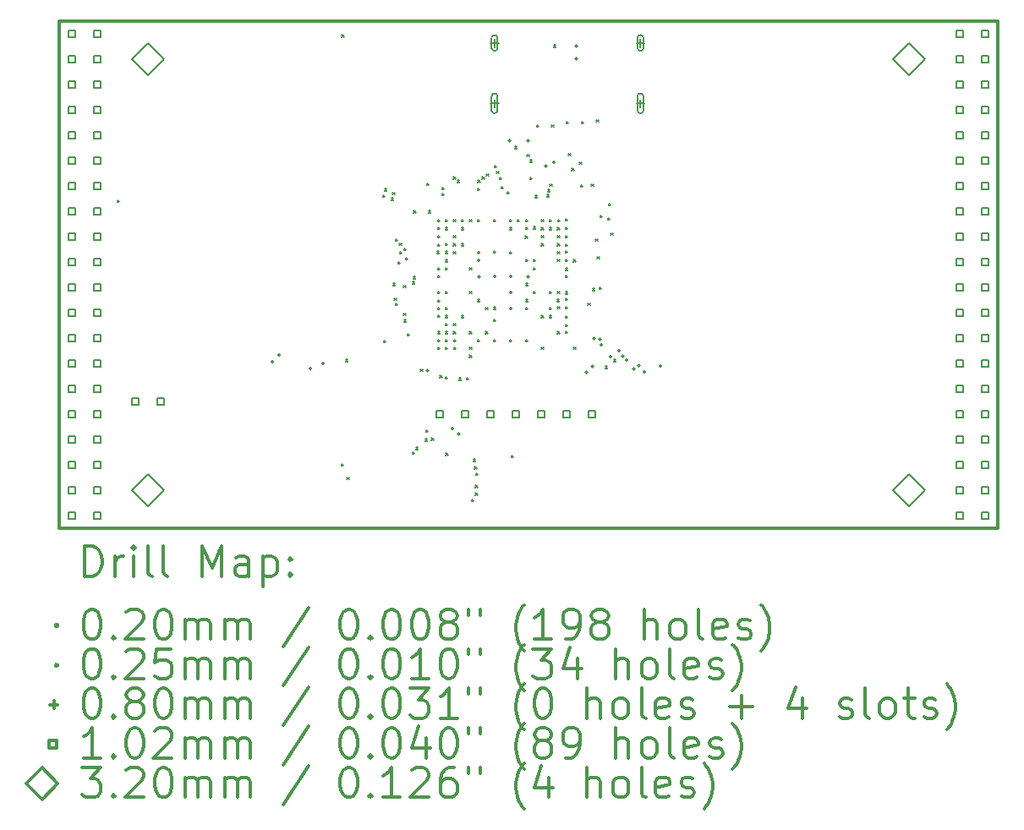
<source format=gbr>
%FSLAX45Y45*%
G04 Gerber Fmt 4.5, Leading zero omitted, Abs format (unit mm)*
G04 Created by KiCad (PCBNEW 4.0.5+dfsg1-4) date Thu May  4 12:37:26 2017*
%MOMM*%
%LPD*%
G01*
G04 APERTURE LIST*
%ADD10C,0.127000*%
%ADD11C,0.300000*%
%ADD12C,0.200000*%
G04 APERTURE END LIST*
D10*
D11*
X9410000Y-6142000D02*
X9410000Y-11222000D01*
X18808000Y-6142000D02*
X9410000Y-6142000D01*
X18808000Y-11222000D02*
X18808000Y-6142000D01*
X9410000Y-11222000D02*
X18808000Y-11222000D01*
D12*
X9991774Y-7933951D02*
X10011774Y-7953951D01*
X10011774Y-7933951D02*
X9991774Y-7953951D01*
X12236540Y-10574497D02*
X12256540Y-10594497D01*
X12256540Y-10574497D02*
X12236540Y-10594497D01*
X12238000Y-6280000D02*
X12258000Y-6300000D01*
X12258000Y-6280000D02*
X12238000Y-6300000D01*
X12278000Y-9530000D02*
X12298000Y-9550000D01*
X12298000Y-9530000D02*
X12278000Y-9550000D01*
X12288366Y-10711724D02*
X12308366Y-10731724D01*
X12308366Y-10711724D02*
X12288366Y-10731724D01*
X12650439Y-7882644D02*
X12670439Y-7902644D01*
X12670439Y-7882644D02*
X12650439Y-7902644D01*
X12657462Y-9339686D02*
X12677462Y-9359686D01*
X12677462Y-9339686D02*
X12657462Y-9359686D01*
X12667371Y-7820880D02*
X12687371Y-7840880D01*
X12687371Y-7820880D02*
X12667371Y-7840880D01*
X12734582Y-7912636D02*
X12754582Y-7932636D01*
X12754582Y-7912636D02*
X12734582Y-7932636D01*
X12746627Y-7861330D02*
X12766627Y-7881330D01*
X12766627Y-7861330D02*
X12746627Y-7881330D01*
X12751398Y-8769742D02*
X12771398Y-8789742D01*
X12771398Y-8769742D02*
X12751398Y-8789742D01*
X12764075Y-8915322D02*
X12784075Y-8935322D01*
X12784075Y-8915322D02*
X12764075Y-8935322D01*
X12775801Y-8967685D02*
X12795801Y-8987685D01*
X12795801Y-8967685D02*
X12775801Y-8987685D01*
X12778033Y-8322090D02*
X12798033Y-8342090D01*
X12798033Y-8322090D02*
X12778033Y-8342090D01*
X12800449Y-8552977D02*
X12820449Y-8572977D01*
X12820449Y-8552977D02*
X12800449Y-8572977D01*
X12814160Y-8364291D02*
X12834160Y-8384291D01*
X12834160Y-8364291D02*
X12814160Y-8384291D01*
X12817170Y-8448693D02*
X12837170Y-8468693D01*
X12837170Y-8448693D02*
X12817170Y-8468693D01*
X12856117Y-8792018D02*
X12876117Y-8812018D01*
X12876117Y-8792018D02*
X12856117Y-8812018D01*
X12858185Y-9069496D02*
X12878185Y-9089496D01*
X12878185Y-9069496D02*
X12858185Y-9089496D01*
X12860201Y-9133067D02*
X12880201Y-9153067D01*
X12880201Y-9133067D02*
X12860201Y-9153067D01*
X12861578Y-8418391D02*
X12881578Y-8438391D01*
X12881578Y-8418391D02*
X12861578Y-8438391D01*
X12877730Y-8509730D02*
X12897730Y-8529730D01*
X12897730Y-8509730D02*
X12877730Y-8529730D01*
X12897779Y-9270631D02*
X12917779Y-9290631D01*
X12917779Y-9270631D02*
X12897779Y-9290631D01*
X12946034Y-10458034D02*
X12966034Y-10478034D01*
X12966034Y-10458034D02*
X12946034Y-10478034D01*
X12947421Y-8753077D02*
X12967421Y-8773077D01*
X12967421Y-8753077D02*
X12947421Y-8773077D01*
X12952680Y-8700639D02*
X12972680Y-8720639D01*
X12972680Y-8700639D02*
X12952680Y-8720639D01*
X12958000Y-8040000D02*
X12978000Y-8060000D01*
X12978000Y-8040000D02*
X12958000Y-8060000D01*
X12978000Y-10410000D02*
X12998000Y-10430000D01*
X12998000Y-10410000D02*
X12978000Y-10430000D01*
X13025954Y-9627510D02*
X13045954Y-9647510D01*
X13045954Y-9627510D02*
X13025954Y-9647510D01*
X13073949Y-10325498D02*
X13093949Y-10345498D01*
X13093949Y-10325498D02*
X13073949Y-10345498D01*
X13083000Y-10235838D02*
X13103000Y-10255838D01*
X13103000Y-10235838D02*
X13083000Y-10255838D01*
X13087688Y-7765510D02*
X13107688Y-7785510D01*
X13107688Y-7765510D02*
X13087688Y-7785510D01*
X13108000Y-8040000D02*
X13128000Y-8060000D01*
X13128000Y-8040000D02*
X13108000Y-8060000D01*
X13135385Y-10319621D02*
X13155385Y-10339621D01*
X13155385Y-10319621D02*
X13135385Y-10339621D01*
X13193219Y-8446513D02*
X13213219Y-8466513D01*
X13213219Y-8446513D02*
X13193219Y-8466513D01*
X13197765Y-9087799D02*
X13217765Y-9107799D01*
X13217765Y-9087799D02*
X13197765Y-9107799D01*
X13198000Y-8130000D02*
X13218000Y-8150000D01*
X13218000Y-8130000D02*
X13198000Y-8150000D01*
X13198000Y-8207799D02*
X13218000Y-8227799D01*
X13218000Y-8207799D02*
X13198000Y-8227799D01*
X13198000Y-8610000D02*
X13218000Y-8630000D01*
X13218000Y-8610000D02*
X13198000Y-8630000D01*
X13198000Y-8690000D02*
X13218000Y-8710000D01*
X13218000Y-8690000D02*
X13198000Y-8710000D01*
X13198000Y-8847799D02*
X13218000Y-8867799D01*
X13218000Y-8847799D02*
X13198000Y-8867799D01*
X13198000Y-8932201D02*
X13218000Y-8952201D01*
X13218000Y-8932201D02*
X13198000Y-8952201D01*
X13198000Y-9010000D02*
X13218000Y-9030000D01*
X13218000Y-9010000D02*
X13198000Y-9030000D01*
X13198000Y-9250000D02*
X13218000Y-9270000D01*
X13218000Y-9250000D02*
X13198000Y-9270000D01*
X13198000Y-9330000D02*
X13218000Y-9350000D01*
X13218000Y-9330000D02*
X13198000Y-9350000D01*
X13198000Y-9410000D02*
X13218000Y-9430000D01*
X13218000Y-9410000D02*
X13198000Y-9430000D01*
X13198432Y-8292201D02*
X13218432Y-8312201D01*
X13218432Y-8292201D02*
X13198432Y-8312201D01*
X13201744Y-8376602D02*
X13221744Y-8396602D01*
X13221744Y-8376602D02*
X13201744Y-8396602D01*
X13222226Y-9693017D02*
X13242226Y-9713017D01*
X13242226Y-9693017D02*
X13222226Y-9713017D01*
X13240456Y-7810000D02*
X13260456Y-7830000D01*
X13260456Y-7810000D02*
X13240456Y-7830000D01*
X13240501Y-7869682D02*
X13260501Y-7889682D01*
X13260501Y-7869682D02*
X13240501Y-7889682D01*
X13274998Y-9706100D02*
X13294998Y-9726100D01*
X13294998Y-9706100D02*
X13274998Y-9726100D01*
X13275800Y-9409707D02*
X13295800Y-9429707D01*
X13295800Y-9409707D02*
X13275800Y-9429707D01*
X13277580Y-8532199D02*
X13297580Y-8552199D01*
X13297580Y-8532199D02*
X13277580Y-8552199D01*
X13278000Y-8210000D02*
X13298000Y-8230000D01*
X13298000Y-8210000D02*
X13278000Y-8230000D01*
X13278000Y-8610000D02*
X13298000Y-8630000D01*
X13298000Y-8610000D02*
X13278000Y-8630000D01*
X13278000Y-8850000D02*
X13298000Y-8870000D01*
X13298000Y-8850000D02*
X13278000Y-8870000D01*
X13278000Y-9010000D02*
X13298000Y-9030000D01*
X13298000Y-9010000D02*
X13278000Y-9030000D01*
X13278000Y-9090000D02*
X13298000Y-9110000D01*
X13298000Y-9090000D02*
X13278000Y-9110000D01*
X13278000Y-9170000D02*
X13298000Y-9190000D01*
X13298000Y-9170000D02*
X13278000Y-9190000D01*
X13278000Y-9250000D02*
X13298000Y-9270000D01*
X13298000Y-9250000D02*
X13278000Y-9270000D01*
X13278000Y-9330000D02*
X13298000Y-9350000D01*
X13298000Y-9330000D02*
X13278000Y-9350000D01*
X13278042Y-8446513D02*
X13298042Y-8466513D01*
X13298042Y-8446513D02*
X13278042Y-8466513D01*
X13278444Y-8129112D02*
X13298444Y-8149112D01*
X13298444Y-8129112D02*
X13278444Y-8149112D01*
X13278650Y-8367799D02*
X13298650Y-8387799D01*
X13298650Y-8367799D02*
X13278650Y-8387799D01*
X13281858Y-10470000D02*
X13301858Y-10490000D01*
X13301858Y-10470000D02*
X13281858Y-10490000D01*
X13356815Y-7701108D02*
X13376815Y-7721108D01*
X13376815Y-7701108D02*
X13356815Y-7721108D01*
X13357194Y-8449520D02*
X13377194Y-8469520D01*
X13377194Y-8449520D02*
X13357194Y-8469520D01*
X13358000Y-8130000D02*
X13378000Y-8150000D01*
X13378000Y-8130000D02*
X13358000Y-8150000D01*
X13358000Y-8287799D02*
X13378000Y-8307799D01*
X13378000Y-8287799D02*
X13358000Y-8307799D01*
X13358000Y-8372201D02*
X13378000Y-8392201D01*
X13378000Y-8372201D02*
X13358000Y-8392201D01*
X13358000Y-9170000D02*
X13378000Y-9190000D01*
X13378000Y-9170000D02*
X13358000Y-9190000D01*
X13358000Y-9250000D02*
X13378000Y-9270000D01*
X13378000Y-9250000D02*
X13358000Y-9270000D01*
X13358567Y-9330248D02*
X13378567Y-9350248D01*
X13378567Y-9330248D02*
X13358567Y-9350248D01*
X13361071Y-9410063D02*
X13381071Y-9430063D01*
X13381071Y-9410063D02*
X13361071Y-9430063D01*
X13395836Y-7736530D02*
X13415836Y-7756530D01*
X13415836Y-7736530D02*
X13395836Y-7756530D01*
X13409815Y-9716998D02*
X13429815Y-9736998D01*
X13429815Y-9716998D02*
X13409815Y-9736998D01*
X13438000Y-8210000D02*
X13458000Y-8230000D01*
X13458000Y-8210000D02*
X13438000Y-8230000D01*
X13438000Y-8370000D02*
X13458000Y-8390000D01*
X13458000Y-8370000D02*
X13438000Y-8390000D01*
X13438000Y-9090000D02*
X13458000Y-9110000D01*
X13458000Y-9090000D02*
X13438000Y-9110000D01*
X13438037Y-8129060D02*
X13458037Y-8149060D01*
X13458037Y-8129060D02*
X13438037Y-8149060D01*
X13488995Y-9713916D02*
X13508995Y-9733916D01*
X13508995Y-9713916D02*
X13488995Y-9733916D01*
X13517331Y-8851860D02*
X13537331Y-8871860D01*
X13537331Y-8851860D02*
X13517331Y-8871860D01*
X13517488Y-8129060D02*
X13537488Y-8149060D01*
X13537488Y-8129060D02*
X13517488Y-8149060D01*
X13518000Y-8610000D02*
X13538000Y-8630000D01*
X13538000Y-8610000D02*
X13518000Y-8630000D01*
X13518000Y-9250000D02*
X13538000Y-9270000D01*
X13538000Y-9250000D02*
X13518000Y-9270000D01*
X13518000Y-9410000D02*
X13538000Y-9430000D01*
X13538000Y-9410000D02*
X13518000Y-9430000D01*
X13518000Y-9490000D02*
X13538000Y-9510000D01*
X13538000Y-9490000D02*
X13518000Y-9510000D01*
X13537195Y-10930959D02*
X13557195Y-10950959D01*
X13557195Y-10930959D02*
X13537195Y-10950959D01*
X13558000Y-10530000D02*
X13578000Y-10550000D01*
X13578000Y-10530000D02*
X13558000Y-10550000D01*
X13567865Y-10606369D02*
X13587865Y-10626369D01*
X13587865Y-10606369D02*
X13567865Y-10626369D01*
X13575325Y-10869239D02*
X13595325Y-10889239D01*
X13595325Y-10869239D02*
X13575325Y-10889239D01*
X13575519Y-10792264D02*
X13595519Y-10812264D01*
X13595519Y-10792264D02*
X13575519Y-10812264D01*
X13578416Y-10670041D02*
X13598416Y-10690041D01*
X13598416Y-10670041D02*
X13578416Y-10690041D01*
X13598000Y-8130000D02*
X13618000Y-8150000D01*
X13618000Y-8130000D02*
X13598000Y-8150000D01*
X13598000Y-8930000D02*
X13618000Y-8950000D01*
X13618000Y-8930000D02*
X13598000Y-8950000D01*
X13598000Y-9330000D02*
X13618000Y-9350000D01*
X13618000Y-9330000D02*
X13598000Y-9350000D01*
X13600201Y-7816859D02*
X13620201Y-7836859D01*
X13620201Y-7816859D02*
X13600201Y-7836859D01*
X13602332Y-7737368D02*
X13622332Y-7757368D01*
X13622332Y-7737368D02*
X13602332Y-7757368D01*
X13644051Y-7700798D02*
X13664051Y-7720798D01*
X13664051Y-7700798D02*
X13644051Y-7720798D01*
X13678000Y-9010000D02*
X13698000Y-9030000D01*
X13698000Y-9010000D02*
X13678000Y-9030000D01*
X13678000Y-9250000D02*
X13698000Y-9270000D01*
X13698000Y-9250000D02*
X13678000Y-9270000D01*
X13686786Y-7669785D02*
X13706786Y-7689785D01*
X13706786Y-7669785D02*
X13686786Y-7689785D01*
X13756589Y-9130245D02*
X13776589Y-9150245D01*
X13776589Y-9130245D02*
X13756589Y-9150245D01*
X13758000Y-8130000D02*
X13778000Y-8150000D01*
X13778000Y-8130000D02*
X13758000Y-8150000D01*
X13758000Y-9007299D02*
X13778000Y-9027299D01*
X13778000Y-9007299D02*
X13758000Y-9027299D01*
X13758000Y-9330000D02*
X13778000Y-9350000D01*
X13778000Y-9330000D02*
X13758000Y-9350000D01*
X13758056Y-8443409D02*
X13778056Y-8463409D01*
X13778056Y-8443409D02*
X13758056Y-8463409D01*
X13765456Y-7587419D02*
X13785456Y-7607419D01*
X13785456Y-7587419D02*
X13765456Y-7607419D01*
X13787496Y-7647724D02*
X13807496Y-7667724D01*
X13807496Y-7647724D02*
X13787496Y-7667724D01*
X13819197Y-7706418D02*
X13839197Y-7726418D01*
X13839197Y-7706418D02*
X13819197Y-7726418D01*
X13837475Y-7801776D02*
X13857475Y-7821776D01*
X13857475Y-7801776D02*
X13837475Y-7821776D01*
X13893099Y-7850080D02*
X13913099Y-7870080D01*
X13913099Y-7850080D02*
X13893099Y-7870080D01*
X13917252Y-8451135D02*
X13937252Y-8471135D01*
X13937252Y-8451135D02*
X13917252Y-8471135D01*
X13918000Y-8130000D02*
X13938000Y-8150000D01*
X13938000Y-8130000D02*
X13918000Y-8150000D01*
X13918000Y-8210000D02*
X13938000Y-8230000D01*
X13938000Y-8210000D02*
X13918000Y-8230000D01*
X13918000Y-9330000D02*
X13938000Y-9350000D01*
X13938000Y-9330000D02*
X13918000Y-9350000D01*
X13938000Y-10490000D02*
X13958000Y-10510000D01*
X13958000Y-10490000D02*
X13938000Y-10510000D01*
X13968250Y-7397346D02*
X13988250Y-7417346D01*
X13988250Y-7397346D02*
X13968250Y-7417346D01*
X13998000Y-8130000D02*
X14018000Y-8150000D01*
X14018000Y-8130000D02*
X13998000Y-8150000D01*
X14076403Y-8294140D02*
X14096403Y-8314140D01*
X14096403Y-8294140D02*
X14076403Y-8314140D01*
X14078000Y-8530000D02*
X14098000Y-8550000D01*
X14098000Y-8530000D02*
X14078000Y-8550000D01*
X14078000Y-8770000D02*
X14098000Y-8790000D01*
X14098000Y-8770000D02*
X14078000Y-8790000D01*
X14078000Y-8930000D02*
X14098000Y-8950000D01*
X14098000Y-8930000D02*
X14078000Y-8950000D01*
X14078000Y-9010000D02*
X14098000Y-9030000D01*
X14098000Y-9010000D02*
X14078000Y-9030000D01*
X14078000Y-9330000D02*
X14098000Y-9350000D01*
X14098000Y-9330000D02*
X14078000Y-9350000D01*
X14080201Y-8207928D02*
X14100201Y-8227928D01*
X14100201Y-8207928D02*
X14080201Y-8227928D01*
X14082401Y-8127559D02*
X14102401Y-8147559D01*
X14102401Y-8127559D02*
X14082401Y-8147559D01*
X14094664Y-7477380D02*
X14114664Y-7497380D01*
X14114664Y-7477380D02*
X14094664Y-7497380D01*
X14122988Y-7531564D02*
X14142988Y-7551564D01*
X14142988Y-7531564D02*
X14122988Y-7551564D01*
X14124602Y-7707029D02*
X14144602Y-7727029D01*
X14144602Y-7707029D02*
X14124602Y-7727029D01*
X14155799Y-8203034D02*
X14175799Y-8223034D01*
X14175799Y-8203034D02*
X14155799Y-8223034D01*
X14158000Y-8530000D02*
X14178000Y-8550000D01*
X14178000Y-8530000D02*
X14158000Y-8550000D01*
X14158000Y-8610000D02*
X14178000Y-8630000D01*
X14178000Y-8610000D02*
X14158000Y-8630000D01*
X14158000Y-8850000D02*
X14178000Y-8870000D01*
X14178000Y-8850000D02*
X14158000Y-8870000D01*
X14175304Y-7886864D02*
X14195304Y-7906864D01*
X14195304Y-7886864D02*
X14175304Y-7906864D01*
X14188614Y-7179985D02*
X14208614Y-7199985D01*
X14208614Y-7179985D02*
X14188614Y-7199985D01*
X14235799Y-8128224D02*
X14255799Y-8148224D01*
X14255799Y-8128224D02*
X14235799Y-8148224D01*
X14235799Y-8209139D02*
X14255799Y-8229139D01*
X14255799Y-8209139D02*
X14235799Y-8229139D01*
X14237355Y-8289891D02*
X14257355Y-8309891D01*
X14257355Y-8289891D02*
X14237355Y-8309891D01*
X14238000Y-8370000D02*
X14258000Y-8390000D01*
X14258000Y-8370000D02*
X14238000Y-8390000D01*
X14238000Y-9090000D02*
X14258000Y-9110000D01*
X14258000Y-9090000D02*
X14238000Y-9110000D01*
X14238000Y-9410000D02*
X14258000Y-9430000D01*
X14258000Y-9410000D02*
X14238000Y-9430000D01*
X14291994Y-7880304D02*
X14311994Y-7900304D01*
X14311994Y-7880304D02*
X14291994Y-7900304D01*
X14298670Y-7828027D02*
X14318670Y-7848027D01*
X14318670Y-7828027D02*
X14298670Y-7848027D01*
X14317803Y-8849503D02*
X14337803Y-8869503D01*
X14337803Y-8849503D02*
X14317803Y-8869503D01*
X14318000Y-9090000D02*
X14338000Y-9110000D01*
X14338000Y-9090000D02*
X14318000Y-9110000D01*
X14318182Y-9010195D02*
X14338182Y-9030195D01*
X14338182Y-9010195D02*
X14318182Y-9030195D01*
X14320201Y-8128173D02*
X14340201Y-8148173D01*
X14340201Y-8128173D02*
X14320201Y-8148173D01*
X14320201Y-8209499D02*
X14340201Y-8229499D01*
X14340201Y-8209499D02*
X14320201Y-8229499D01*
X14322321Y-7773748D02*
X14342321Y-7793748D01*
X14342321Y-7773748D02*
X14322321Y-7793748D01*
X14338000Y-7180000D02*
X14358000Y-7200000D01*
X14358000Y-7180000D02*
X14338000Y-7200000D01*
X14358000Y-6380000D02*
X14378000Y-6400000D01*
X14378000Y-6380000D02*
X14358000Y-6400000D01*
X14393579Y-8929761D02*
X14413579Y-8949761D01*
X14413579Y-8929761D02*
X14393579Y-8949761D01*
X14397690Y-8208645D02*
X14417690Y-8228645D01*
X14417690Y-8208645D02*
X14397690Y-8228645D01*
X14398000Y-8290000D02*
X14418000Y-8310000D01*
X14418000Y-8290000D02*
X14398000Y-8310000D01*
X14398000Y-8370000D02*
X14418000Y-8390000D01*
X14418000Y-8370000D02*
X14398000Y-8390000D01*
X14398000Y-8450000D02*
X14418000Y-8470000D01*
X14418000Y-8450000D02*
X14398000Y-8470000D01*
X14398000Y-9250000D02*
X14418000Y-9270000D01*
X14418000Y-9250000D02*
X14398000Y-9270000D01*
X14398052Y-8529722D02*
X14418052Y-8549722D01*
X14418052Y-8529722D02*
X14398052Y-8549722D01*
X14398242Y-9003286D02*
X14418242Y-9023286D01*
X14418242Y-9003286D02*
X14398242Y-9023286D01*
X14398283Y-8848451D02*
X14418283Y-8868451D01*
X14418283Y-8848451D02*
X14398283Y-8868451D01*
X14404602Y-8127478D02*
X14424602Y-8147478D01*
X14424602Y-8127478D02*
X14404602Y-8147478D01*
X14476639Y-8123398D02*
X14496639Y-8143398D01*
X14496639Y-8123398D02*
X14476639Y-8143398D01*
X14476942Y-8918885D02*
X14496942Y-8938885D01*
X14496942Y-8918885D02*
X14476942Y-8938885D01*
X14477765Y-8852201D02*
X14497765Y-8872201D01*
X14497765Y-8852201D02*
X14477765Y-8872201D01*
X14477769Y-8443293D02*
X14497769Y-8463293D01*
X14497769Y-8443293D02*
X14477769Y-8463293D01*
X14478235Y-9247799D02*
X14498235Y-9267799D01*
X14498235Y-9247799D02*
X14478235Y-9267799D01*
X14478278Y-9177765D02*
X14498278Y-9197765D01*
X14498278Y-9177765D02*
X14478278Y-9197765D01*
X14478509Y-8207799D02*
X14498509Y-8227799D01*
X14498509Y-8207799D02*
X14478509Y-8227799D01*
X14478522Y-9092124D02*
X14498522Y-9112124D01*
X14498522Y-9092124D02*
X14478522Y-9112124D01*
X14478569Y-9003286D02*
X14498569Y-9023286D01*
X14498569Y-9003286D02*
X14478569Y-9023286D01*
X14478654Y-8528519D02*
X14498654Y-8548519D01*
X14498654Y-8528519D02*
X14478654Y-8548519D01*
X14478856Y-8689382D02*
X14498856Y-8709382D01*
X14498856Y-8689382D02*
X14478856Y-8709382D01*
X14479038Y-8376602D02*
X14499038Y-8396602D01*
X14499038Y-8376602D02*
X14479038Y-8396602D01*
X14479410Y-8292201D02*
X14499410Y-8312201D01*
X14499410Y-8292201D02*
X14479410Y-8312201D01*
X14480128Y-8616874D02*
X14500128Y-8636874D01*
X14500128Y-8616874D02*
X14480128Y-8636874D01*
X14487317Y-7149740D02*
X14507317Y-7169740D01*
X14507317Y-7149740D02*
X14487317Y-7169740D01*
X14507287Y-7469262D02*
X14527287Y-7489262D01*
X14527287Y-7469262D02*
X14507287Y-7489262D01*
X14542036Y-7617065D02*
X14562036Y-7637065D01*
X14562036Y-7617065D02*
X14542036Y-7637065D01*
X14558000Y-8532201D02*
X14578000Y-8552201D01*
X14578000Y-8532201D02*
X14558000Y-8552201D01*
X14558000Y-9410000D02*
X14578000Y-9430000D01*
X14578000Y-9410000D02*
X14558000Y-9430000D01*
X14618911Y-7553663D02*
X14638911Y-7573663D01*
X14638911Y-7553663D02*
X14618911Y-7573663D01*
X14628717Y-7781899D02*
X14648717Y-7801899D01*
X14648717Y-7781899D02*
X14628717Y-7801899D01*
X14637468Y-7149146D02*
X14657468Y-7169146D01*
X14657468Y-7149146D02*
X14637468Y-7169146D01*
X14702397Y-8966762D02*
X14722397Y-8986762D01*
X14722397Y-8966762D02*
X14702397Y-8986762D01*
X14738000Y-7772201D02*
X14758000Y-7792201D01*
X14758000Y-7772201D02*
X14738000Y-7792201D01*
X14749599Y-8818958D02*
X14769599Y-8838958D01*
X14769599Y-8818958D02*
X14749599Y-8838958D01*
X14778000Y-8321986D02*
X14798000Y-8341986D01*
X14798000Y-8321986D02*
X14778000Y-8341986D01*
X14788000Y-7132120D02*
X14808000Y-7152120D01*
X14808000Y-7132120D02*
X14788000Y-7152120D01*
X14796398Y-8501490D02*
X14816398Y-8521490D01*
X14816398Y-8501490D02*
X14796398Y-8521490D01*
X14818000Y-8807799D02*
X14838000Y-8827799D01*
X14838000Y-8807799D02*
X14818000Y-8827799D01*
X14823777Y-8087578D02*
X14843777Y-8107578D01*
X14843777Y-8087578D02*
X14823777Y-8107578D01*
X14878000Y-9600000D02*
X14898000Y-9620000D01*
X14898000Y-9600000D02*
X14878000Y-9620000D01*
X14902907Y-8111447D02*
X14922907Y-8131447D01*
X14922907Y-8111447D02*
X14902907Y-8131447D01*
X14908500Y-7970000D02*
X14928500Y-7990000D01*
X14928500Y-7970000D02*
X14908500Y-7990000D01*
X14930001Y-8262364D02*
X14950001Y-8282364D01*
X14950001Y-8262364D02*
X14930001Y-8282364D01*
X14960083Y-9531764D02*
X14980083Y-9551764D01*
X14980083Y-9531764D02*
X14960083Y-9551764D01*
X11552883Y-9551316D02*
G75*
G03X11552883Y-9551316I-12700J0D01*
G01*
X11620298Y-9483901D02*
G75*
G03X11620298Y-9483901I-12700J0D01*
G01*
X11936401Y-9618851D02*
G75*
G03X11936401Y-9618851I-12700J0D01*
G01*
X12061944Y-9567356D02*
G75*
G03X12061944Y-9567356I-12700J0D01*
G01*
X13107902Y-9644136D02*
G75*
G03X13107902Y-9644136I-12700J0D01*
G01*
X13357629Y-10223262D02*
G75*
G03X13357629Y-10223262I-12700J0D01*
G01*
X13420141Y-10275223D02*
G75*
G03X13420141Y-10275223I-12700J0D01*
G01*
X13620700Y-8460000D02*
G75*
G03X13620700Y-8460000I-12700J0D01*
G01*
X13620700Y-8540000D02*
G75*
G03X13620700Y-8540000I-12700J0D01*
G01*
X13623799Y-8699540D02*
G75*
G03X13623799Y-8699540I-12700J0D01*
G01*
X13780700Y-8700000D02*
G75*
G03X13780700Y-8700000I-12700J0D01*
G01*
X13931242Y-7337804D02*
G75*
G03X13931242Y-7337804I-12700J0D01*
G01*
X13940700Y-8700000D02*
G75*
G03X13940700Y-8700000I-12700J0D01*
G01*
X13940700Y-8860000D02*
G75*
G03X13940700Y-8860000I-12700J0D01*
G01*
X13940989Y-9018547D02*
G75*
G03X13940989Y-9018547I-12700J0D01*
G01*
X14115614Y-7339101D02*
G75*
G03X14115614Y-7339101I-12700J0D01*
G01*
X14116986Y-8699500D02*
G75*
G03X14116986Y-8699500I-12700J0D01*
G01*
X14290285Y-7593915D02*
G75*
G03X14290285Y-7593915I-12700J0D01*
G01*
X14375267Y-7552125D02*
G75*
G03X14375267Y-7552125I-12700J0D01*
G01*
X14597886Y-6518923D02*
G75*
G03X14597886Y-6518923I-12700J0D01*
G01*
X14600073Y-6392085D02*
G75*
G03X14600073Y-6392085I-12700J0D01*
G01*
X14700700Y-9660000D02*
G75*
G03X14700700Y-9660000I-12700J0D01*
G01*
X14756716Y-9601454D02*
G75*
G03X14756716Y-9601454I-12700J0D01*
G01*
X14777147Y-9322948D02*
G75*
G03X14777147Y-9322948I-12700J0D01*
G01*
X14835104Y-9327037D02*
G75*
G03X14835104Y-9327037I-12700J0D01*
G01*
X14846929Y-9383922D02*
G75*
G03X14846929Y-9383922I-12700J0D01*
G01*
X14941590Y-9504387D02*
G75*
G03X14941590Y-9504387I-12700J0D01*
G01*
X15025690Y-9441490D02*
G75*
G03X15025690Y-9441490I-12700J0D01*
G01*
X15062355Y-9498156D02*
G75*
G03X15062355Y-9498156I-12700J0D01*
G01*
X15102959Y-9539714D02*
G75*
G03X15102959Y-9539714I-12700J0D01*
G01*
X15174658Y-9622822D02*
G75*
G03X15174658Y-9622822I-12700J0D01*
G01*
X15224569Y-9589479D02*
G75*
G03X15224569Y-9589479I-12700J0D01*
G01*
X15280700Y-9655099D02*
G75*
G03X15280700Y-9655099I-12700J0D01*
G01*
X15440260Y-9592491D02*
G75*
G03X15440260Y-9592491I-12700J0D01*
G01*
X13768000Y-6320000D02*
X13768000Y-6400000D01*
X13728000Y-6360000D02*
X13808000Y-6360000D01*
X13738000Y-6310000D02*
X13738000Y-6410000D01*
X13798000Y-6310000D02*
X13798000Y-6410000D01*
X13738000Y-6410000D02*
G75*
G03X13798000Y-6410000I30000J0D01*
G01*
X13798000Y-6310000D02*
G75*
G03X13738000Y-6310000I-30000J0D01*
G01*
X13768000Y-6925000D02*
X13768000Y-7005000D01*
X13728000Y-6965000D02*
X13808000Y-6965000D01*
X13738000Y-6895000D02*
X13738000Y-7035000D01*
X13798000Y-6895000D02*
X13798000Y-7035000D01*
X13738000Y-7035000D02*
G75*
G03X13798000Y-7035000I30000J0D01*
G01*
X13798000Y-6895000D02*
G75*
G03X13738000Y-6895000I-30000J0D01*
G01*
X15228000Y-6320000D02*
X15228000Y-6400000D01*
X15188000Y-6360000D02*
X15268000Y-6360000D01*
X15198000Y-6310000D02*
X15198000Y-6410000D01*
X15258000Y-6310000D02*
X15258000Y-6410000D01*
X15198000Y-6410000D02*
G75*
G03X15258000Y-6410000I30000J0D01*
G01*
X15258000Y-6310000D02*
G75*
G03X15198000Y-6310000I-30000J0D01*
G01*
X15228000Y-6925000D02*
X15228000Y-7005000D01*
X15188000Y-6965000D02*
X15268000Y-6965000D01*
X15198000Y-6895000D02*
X15198000Y-7035000D01*
X15258000Y-6895000D02*
X15258000Y-7035000D01*
X15198000Y-7035000D02*
G75*
G03X15258000Y-7035000I30000J0D01*
G01*
X15258000Y-6895000D02*
G75*
G03X15198000Y-6895000I-30000J0D01*
G01*
X9572921Y-6304921D02*
X9572921Y-6233079D01*
X9501079Y-6233079D01*
X9501079Y-6304921D01*
X9572921Y-6304921D01*
X9572921Y-6558921D02*
X9572921Y-6487079D01*
X9501079Y-6487079D01*
X9501079Y-6558921D01*
X9572921Y-6558921D01*
X9572921Y-6812921D02*
X9572921Y-6741079D01*
X9501079Y-6741079D01*
X9501079Y-6812921D01*
X9572921Y-6812921D01*
X9572921Y-7066921D02*
X9572921Y-6995079D01*
X9501079Y-6995079D01*
X9501079Y-7066921D01*
X9572921Y-7066921D01*
X9572921Y-7320921D02*
X9572921Y-7249079D01*
X9501079Y-7249079D01*
X9501079Y-7320921D01*
X9572921Y-7320921D01*
X9572921Y-7574921D02*
X9572921Y-7503079D01*
X9501079Y-7503079D01*
X9501079Y-7574921D01*
X9572921Y-7574921D01*
X9572921Y-7828921D02*
X9572921Y-7757079D01*
X9501079Y-7757079D01*
X9501079Y-7828921D01*
X9572921Y-7828921D01*
X9572921Y-8082921D02*
X9572921Y-8011079D01*
X9501079Y-8011079D01*
X9501079Y-8082921D01*
X9572921Y-8082921D01*
X9572921Y-8336921D02*
X9572921Y-8265079D01*
X9501079Y-8265079D01*
X9501079Y-8336921D01*
X9572921Y-8336921D01*
X9572921Y-8590921D02*
X9572921Y-8519079D01*
X9501079Y-8519079D01*
X9501079Y-8590921D01*
X9572921Y-8590921D01*
X9572921Y-8844921D02*
X9572921Y-8773079D01*
X9501079Y-8773079D01*
X9501079Y-8844921D01*
X9572921Y-8844921D01*
X9572921Y-9098921D02*
X9572921Y-9027079D01*
X9501079Y-9027079D01*
X9501079Y-9098921D01*
X9572921Y-9098921D01*
X9572921Y-9352921D02*
X9572921Y-9281079D01*
X9501079Y-9281079D01*
X9501079Y-9352921D01*
X9572921Y-9352921D01*
X9572921Y-9606921D02*
X9572921Y-9535079D01*
X9501079Y-9535079D01*
X9501079Y-9606921D01*
X9572921Y-9606921D01*
X9572921Y-9860921D02*
X9572921Y-9789079D01*
X9501079Y-9789079D01*
X9501079Y-9860921D01*
X9572921Y-9860921D01*
X9572921Y-10114921D02*
X9572921Y-10043079D01*
X9501079Y-10043079D01*
X9501079Y-10114921D01*
X9572921Y-10114921D01*
X9572921Y-10368921D02*
X9572921Y-10297079D01*
X9501079Y-10297079D01*
X9501079Y-10368921D01*
X9572921Y-10368921D01*
X9572921Y-10622921D02*
X9572921Y-10551079D01*
X9501079Y-10551079D01*
X9501079Y-10622921D01*
X9572921Y-10622921D01*
X9572921Y-10876921D02*
X9572921Y-10805079D01*
X9501079Y-10805079D01*
X9501079Y-10876921D01*
X9572921Y-10876921D01*
X9572921Y-11130921D02*
X9572921Y-11059079D01*
X9501079Y-11059079D01*
X9501079Y-11130921D01*
X9572921Y-11130921D01*
X9826921Y-6304921D02*
X9826921Y-6233079D01*
X9755079Y-6233079D01*
X9755079Y-6304921D01*
X9826921Y-6304921D01*
X9826921Y-6558921D02*
X9826921Y-6487079D01*
X9755079Y-6487079D01*
X9755079Y-6558921D01*
X9826921Y-6558921D01*
X9826921Y-6812921D02*
X9826921Y-6741079D01*
X9755079Y-6741079D01*
X9755079Y-6812921D01*
X9826921Y-6812921D01*
X9826921Y-7066921D02*
X9826921Y-6995079D01*
X9755079Y-6995079D01*
X9755079Y-7066921D01*
X9826921Y-7066921D01*
X9826921Y-7320921D02*
X9826921Y-7249079D01*
X9755079Y-7249079D01*
X9755079Y-7320921D01*
X9826921Y-7320921D01*
X9826921Y-7574921D02*
X9826921Y-7503079D01*
X9755079Y-7503079D01*
X9755079Y-7574921D01*
X9826921Y-7574921D01*
X9826921Y-7828921D02*
X9826921Y-7757079D01*
X9755079Y-7757079D01*
X9755079Y-7828921D01*
X9826921Y-7828921D01*
X9826921Y-8082921D02*
X9826921Y-8011079D01*
X9755079Y-8011079D01*
X9755079Y-8082921D01*
X9826921Y-8082921D01*
X9826921Y-8336921D02*
X9826921Y-8265079D01*
X9755079Y-8265079D01*
X9755079Y-8336921D01*
X9826921Y-8336921D01*
X9826921Y-8590921D02*
X9826921Y-8519079D01*
X9755079Y-8519079D01*
X9755079Y-8590921D01*
X9826921Y-8590921D01*
X9826921Y-8844921D02*
X9826921Y-8773079D01*
X9755079Y-8773079D01*
X9755079Y-8844921D01*
X9826921Y-8844921D01*
X9826921Y-9098921D02*
X9826921Y-9027079D01*
X9755079Y-9027079D01*
X9755079Y-9098921D01*
X9826921Y-9098921D01*
X9826921Y-9352921D02*
X9826921Y-9281079D01*
X9755079Y-9281079D01*
X9755079Y-9352921D01*
X9826921Y-9352921D01*
X9826921Y-9606921D02*
X9826921Y-9535079D01*
X9755079Y-9535079D01*
X9755079Y-9606921D01*
X9826921Y-9606921D01*
X9826921Y-9860921D02*
X9826921Y-9789079D01*
X9755079Y-9789079D01*
X9755079Y-9860921D01*
X9826921Y-9860921D01*
X9826921Y-10114921D02*
X9826921Y-10043079D01*
X9755079Y-10043079D01*
X9755079Y-10114921D01*
X9826921Y-10114921D01*
X9826921Y-10368921D02*
X9826921Y-10297079D01*
X9755079Y-10297079D01*
X9755079Y-10368921D01*
X9826921Y-10368921D01*
X9826921Y-10622921D02*
X9826921Y-10551079D01*
X9755079Y-10551079D01*
X9755079Y-10622921D01*
X9826921Y-10622921D01*
X9826921Y-10876921D02*
X9826921Y-10805079D01*
X9755079Y-10805079D01*
X9755079Y-10876921D01*
X9826921Y-10876921D01*
X9826921Y-11130921D02*
X9826921Y-11059079D01*
X9755079Y-11059079D01*
X9755079Y-11130921D01*
X9826921Y-11130921D01*
X10207921Y-9987921D02*
X10207921Y-9916079D01*
X10136079Y-9916079D01*
X10136079Y-9987921D01*
X10207921Y-9987921D01*
X10461921Y-9987921D02*
X10461921Y-9916079D01*
X10390079Y-9916079D01*
X10390079Y-9987921D01*
X10461921Y-9987921D01*
X13255921Y-10114921D02*
X13255921Y-10043079D01*
X13184079Y-10043079D01*
X13184079Y-10114921D01*
X13255921Y-10114921D01*
X13509921Y-10114921D02*
X13509921Y-10043079D01*
X13438079Y-10043079D01*
X13438079Y-10114921D01*
X13509921Y-10114921D01*
X13763921Y-10114921D02*
X13763921Y-10043079D01*
X13692079Y-10043079D01*
X13692079Y-10114921D01*
X13763921Y-10114921D01*
X14017921Y-10114921D02*
X14017921Y-10043079D01*
X13946079Y-10043079D01*
X13946079Y-10114921D01*
X14017921Y-10114921D01*
X14271921Y-10114921D02*
X14271921Y-10043079D01*
X14200079Y-10043079D01*
X14200079Y-10114921D01*
X14271921Y-10114921D01*
X14525921Y-10114921D02*
X14525921Y-10043079D01*
X14454079Y-10043079D01*
X14454079Y-10114921D01*
X14525921Y-10114921D01*
X14779921Y-10114921D02*
X14779921Y-10043079D01*
X14708079Y-10043079D01*
X14708079Y-10114921D01*
X14779921Y-10114921D01*
X18462921Y-6304921D02*
X18462921Y-6233079D01*
X18391079Y-6233079D01*
X18391079Y-6304921D01*
X18462921Y-6304921D01*
X18462921Y-6558921D02*
X18462921Y-6487079D01*
X18391079Y-6487079D01*
X18391079Y-6558921D01*
X18462921Y-6558921D01*
X18462921Y-6812921D02*
X18462921Y-6741079D01*
X18391079Y-6741079D01*
X18391079Y-6812921D01*
X18462921Y-6812921D01*
X18462921Y-7066921D02*
X18462921Y-6995079D01*
X18391079Y-6995079D01*
X18391079Y-7066921D01*
X18462921Y-7066921D01*
X18462921Y-7320921D02*
X18462921Y-7249079D01*
X18391079Y-7249079D01*
X18391079Y-7320921D01*
X18462921Y-7320921D01*
X18462921Y-7574921D02*
X18462921Y-7503079D01*
X18391079Y-7503079D01*
X18391079Y-7574921D01*
X18462921Y-7574921D01*
X18462921Y-7828921D02*
X18462921Y-7757079D01*
X18391079Y-7757079D01*
X18391079Y-7828921D01*
X18462921Y-7828921D01*
X18462921Y-8082921D02*
X18462921Y-8011079D01*
X18391079Y-8011079D01*
X18391079Y-8082921D01*
X18462921Y-8082921D01*
X18462921Y-8336921D02*
X18462921Y-8265079D01*
X18391079Y-8265079D01*
X18391079Y-8336921D01*
X18462921Y-8336921D01*
X18462921Y-8590921D02*
X18462921Y-8519079D01*
X18391079Y-8519079D01*
X18391079Y-8590921D01*
X18462921Y-8590921D01*
X18462921Y-8844921D02*
X18462921Y-8773079D01*
X18391079Y-8773079D01*
X18391079Y-8844921D01*
X18462921Y-8844921D01*
X18462921Y-9098921D02*
X18462921Y-9027079D01*
X18391079Y-9027079D01*
X18391079Y-9098921D01*
X18462921Y-9098921D01*
X18462921Y-9352921D02*
X18462921Y-9281079D01*
X18391079Y-9281079D01*
X18391079Y-9352921D01*
X18462921Y-9352921D01*
X18462921Y-9606921D02*
X18462921Y-9535079D01*
X18391079Y-9535079D01*
X18391079Y-9606921D01*
X18462921Y-9606921D01*
X18462921Y-9860921D02*
X18462921Y-9789079D01*
X18391079Y-9789079D01*
X18391079Y-9860921D01*
X18462921Y-9860921D01*
X18462921Y-10114921D02*
X18462921Y-10043079D01*
X18391079Y-10043079D01*
X18391079Y-10114921D01*
X18462921Y-10114921D01*
X18462921Y-10368921D02*
X18462921Y-10297079D01*
X18391079Y-10297079D01*
X18391079Y-10368921D01*
X18462921Y-10368921D01*
X18462921Y-10622921D02*
X18462921Y-10551079D01*
X18391079Y-10551079D01*
X18391079Y-10622921D01*
X18462921Y-10622921D01*
X18462921Y-10876921D02*
X18462921Y-10805079D01*
X18391079Y-10805079D01*
X18391079Y-10876921D01*
X18462921Y-10876921D01*
X18462921Y-11130921D02*
X18462921Y-11059079D01*
X18391079Y-11059079D01*
X18391079Y-11130921D01*
X18462921Y-11130921D01*
X18716921Y-6304921D02*
X18716921Y-6233079D01*
X18645079Y-6233079D01*
X18645079Y-6304921D01*
X18716921Y-6304921D01*
X18716921Y-6558921D02*
X18716921Y-6487079D01*
X18645079Y-6487079D01*
X18645079Y-6558921D01*
X18716921Y-6558921D01*
X18716921Y-6812921D02*
X18716921Y-6741079D01*
X18645079Y-6741079D01*
X18645079Y-6812921D01*
X18716921Y-6812921D01*
X18716921Y-7066921D02*
X18716921Y-6995079D01*
X18645079Y-6995079D01*
X18645079Y-7066921D01*
X18716921Y-7066921D01*
X18716921Y-7320921D02*
X18716921Y-7249079D01*
X18645079Y-7249079D01*
X18645079Y-7320921D01*
X18716921Y-7320921D01*
X18716921Y-7574921D02*
X18716921Y-7503079D01*
X18645079Y-7503079D01*
X18645079Y-7574921D01*
X18716921Y-7574921D01*
X18716921Y-7828921D02*
X18716921Y-7757079D01*
X18645079Y-7757079D01*
X18645079Y-7828921D01*
X18716921Y-7828921D01*
X18716921Y-8082921D02*
X18716921Y-8011079D01*
X18645079Y-8011079D01*
X18645079Y-8082921D01*
X18716921Y-8082921D01*
X18716921Y-8336921D02*
X18716921Y-8265079D01*
X18645079Y-8265079D01*
X18645079Y-8336921D01*
X18716921Y-8336921D01*
X18716921Y-8590921D02*
X18716921Y-8519079D01*
X18645079Y-8519079D01*
X18645079Y-8590921D01*
X18716921Y-8590921D01*
X18716921Y-8844921D02*
X18716921Y-8773079D01*
X18645079Y-8773079D01*
X18645079Y-8844921D01*
X18716921Y-8844921D01*
X18716921Y-9098921D02*
X18716921Y-9027079D01*
X18645079Y-9027079D01*
X18645079Y-9098921D01*
X18716921Y-9098921D01*
X18716921Y-9352921D02*
X18716921Y-9281079D01*
X18645079Y-9281079D01*
X18645079Y-9352921D01*
X18716921Y-9352921D01*
X18716921Y-9606921D02*
X18716921Y-9535079D01*
X18645079Y-9535079D01*
X18645079Y-9606921D01*
X18716921Y-9606921D01*
X18716921Y-9860921D02*
X18716921Y-9789079D01*
X18645079Y-9789079D01*
X18645079Y-9860921D01*
X18716921Y-9860921D01*
X18716921Y-10114921D02*
X18716921Y-10043079D01*
X18645079Y-10043079D01*
X18645079Y-10114921D01*
X18716921Y-10114921D01*
X18716921Y-10368921D02*
X18716921Y-10297079D01*
X18645079Y-10297079D01*
X18645079Y-10368921D01*
X18716921Y-10368921D01*
X18716921Y-10622921D02*
X18716921Y-10551079D01*
X18645079Y-10551079D01*
X18645079Y-10622921D01*
X18716921Y-10622921D01*
X18716921Y-10876921D02*
X18716921Y-10805079D01*
X18645079Y-10805079D01*
X18645079Y-10876921D01*
X18716921Y-10876921D01*
X18716921Y-11130921D02*
X18716921Y-11059079D01*
X18645079Y-11059079D01*
X18645079Y-11130921D01*
X18716921Y-11130921D01*
X10299000Y-6683000D02*
X10459000Y-6523000D01*
X10299000Y-6363000D01*
X10139000Y-6523000D01*
X10299000Y-6683000D01*
X10299000Y-11001000D02*
X10459000Y-10841000D01*
X10299000Y-10681000D01*
X10139000Y-10841000D01*
X10299000Y-11001000D01*
X17919000Y-6683000D02*
X18079000Y-6523000D01*
X17919000Y-6363000D01*
X17759000Y-6523000D01*
X17919000Y-6683000D01*
X17919000Y-11001000D02*
X18079000Y-10841000D01*
X17919000Y-10681000D01*
X17759000Y-10841000D01*
X17919000Y-11001000D01*
D11*
X9666429Y-11702714D02*
X9666429Y-11402714D01*
X9737857Y-11402714D01*
X9780714Y-11417000D01*
X9809286Y-11445571D01*
X9823571Y-11474143D01*
X9837857Y-11531286D01*
X9837857Y-11574143D01*
X9823571Y-11631286D01*
X9809286Y-11659857D01*
X9780714Y-11688429D01*
X9737857Y-11702714D01*
X9666429Y-11702714D01*
X9966429Y-11702714D02*
X9966429Y-11502714D01*
X9966429Y-11559857D02*
X9980714Y-11531286D01*
X9995000Y-11517000D01*
X10023571Y-11502714D01*
X10052143Y-11502714D01*
X10152143Y-11702714D02*
X10152143Y-11502714D01*
X10152143Y-11402714D02*
X10137857Y-11417000D01*
X10152143Y-11431286D01*
X10166429Y-11417000D01*
X10152143Y-11402714D01*
X10152143Y-11431286D01*
X10337857Y-11702714D02*
X10309286Y-11688429D01*
X10295000Y-11659857D01*
X10295000Y-11402714D01*
X10495000Y-11702714D02*
X10466429Y-11688429D01*
X10452143Y-11659857D01*
X10452143Y-11402714D01*
X10837857Y-11702714D02*
X10837857Y-11402714D01*
X10937857Y-11617000D01*
X11037857Y-11402714D01*
X11037857Y-11702714D01*
X11309286Y-11702714D02*
X11309286Y-11545571D01*
X11295000Y-11517000D01*
X11266428Y-11502714D01*
X11209286Y-11502714D01*
X11180714Y-11517000D01*
X11309286Y-11688429D02*
X11280714Y-11702714D01*
X11209286Y-11702714D01*
X11180714Y-11688429D01*
X11166429Y-11659857D01*
X11166429Y-11631286D01*
X11180714Y-11602714D01*
X11209286Y-11588429D01*
X11280714Y-11588429D01*
X11309286Y-11574143D01*
X11452143Y-11502714D02*
X11452143Y-11802714D01*
X11452143Y-11517000D02*
X11480714Y-11502714D01*
X11537857Y-11502714D01*
X11566428Y-11517000D01*
X11580714Y-11531286D01*
X11595000Y-11559857D01*
X11595000Y-11645571D01*
X11580714Y-11674143D01*
X11566428Y-11688429D01*
X11537857Y-11702714D01*
X11480714Y-11702714D01*
X11452143Y-11688429D01*
X11723571Y-11674143D02*
X11737857Y-11688429D01*
X11723571Y-11702714D01*
X11709286Y-11688429D01*
X11723571Y-11674143D01*
X11723571Y-11702714D01*
X11723571Y-11517000D02*
X11737857Y-11531286D01*
X11723571Y-11545571D01*
X11709286Y-11531286D01*
X11723571Y-11517000D01*
X11723571Y-11545571D01*
X9375000Y-12187000D02*
X9395000Y-12207000D01*
X9395000Y-12187000D02*
X9375000Y-12207000D01*
X9723571Y-12032714D02*
X9752143Y-12032714D01*
X9780714Y-12047000D01*
X9795000Y-12061286D01*
X9809286Y-12089857D01*
X9823571Y-12147000D01*
X9823571Y-12218429D01*
X9809286Y-12275571D01*
X9795000Y-12304143D01*
X9780714Y-12318429D01*
X9752143Y-12332714D01*
X9723571Y-12332714D01*
X9695000Y-12318429D01*
X9680714Y-12304143D01*
X9666429Y-12275571D01*
X9652143Y-12218429D01*
X9652143Y-12147000D01*
X9666429Y-12089857D01*
X9680714Y-12061286D01*
X9695000Y-12047000D01*
X9723571Y-12032714D01*
X9952143Y-12304143D02*
X9966429Y-12318429D01*
X9952143Y-12332714D01*
X9937857Y-12318429D01*
X9952143Y-12304143D01*
X9952143Y-12332714D01*
X10080714Y-12061286D02*
X10095000Y-12047000D01*
X10123571Y-12032714D01*
X10195000Y-12032714D01*
X10223571Y-12047000D01*
X10237857Y-12061286D01*
X10252143Y-12089857D01*
X10252143Y-12118429D01*
X10237857Y-12161286D01*
X10066428Y-12332714D01*
X10252143Y-12332714D01*
X10437857Y-12032714D02*
X10466429Y-12032714D01*
X10495000Y-12047000D01*
X10509286Y-12061286D01*
X10523571Y-12089857D01*
X10537857Y-12147000D01*
X10537857Y-12218429D01*
X10523571Y-12275571D01*
X10509286Y-12304143D01*
X10495000Y-12318429D01*
X10466429Y-12332714D01*
X10437857Y-12332714D01*
X10409286Y-12318429D01*
X10395000Y-12304143D01*
X10380714Y-12275571D01*
X10366429Y-12218429D01*
X10366429Y-12147000D01*
X10380714Y-12089857D01*
X10395000Y-12061286D01*
X10409286Y-12047000D01*
X10437857Y-12032714D01*
X10666429Y-12332714D02*
X10666429Y-12132714D01*
X10666429Y-12161286D02*
X10680714Y-12147000D01*
X10709286Y-12132714D01*
X10752143Y-12132714D01*
X10780714Y-12147000D01*
X10795000Y-12175571D01*
X10795000Y-12332714D01*
X10795000Y-12175571D02*
X10809286Y-12147000D01*
X10837857Y-12132714D01*
X10880714Y-12132714D01*
X10909286Y-12147000D01*
X10923571Y-12175571D01*
X10923571Y-12332714D01*
X11066429Y-12332714D02*
X11066429Y-12132714D01*
X11066429Y-12161286D02*
X11080714Y-12147000D01*
X11109286Y-12132714D01*
X11152143Y-12132714D01*
X11180714Y-12147000D01*
X11195000Y-12175571D01*
X11195000Y-12332714D01*
X11195000Y-12175571D02*
X11209286Y-12147000D01*
X11237857Y-12132714D01*
X11280714Y-12132714D01*
X11309286Y-12147000D01*
X11323571Y-12175571D01*
X11323571Y-12332714D01*
X11909286Y-12018429D02*
X11652143Y-12404143D01*
X12295000Y-12032714D02*
X12323571Y-12032714D01*
X12352143Y-12047000D01*
X12366428Y-12061286D01*
X12380714Y-12089857D01*
X12395000Y-12147000D01*
X12395000Y-12218429D01*
X12380714Y-12275571D01*
X12366428Y-12304143D01*
X12352143Y-12318429D01*
X12323571Y-12332714D01*
X12295000Y-12332714D01*
X12266428Y-12318429D01*
X12252143Y-12304143D01*
X12237857Y-12275571D01*
X12223571Y-12218429D01*
X12223571Y-12147000D01*
X12237857Y-12089857D01*
X12252143Y-12061286D01*
X12266428Y-12047000D01*
X12295000Y-12032714D01*
X12523571Y-12304143D02*
X12537857Y-12318429D01*
X12523571Y-12332714D01*
X12509286Y-12318429D01*
X12523571Y-12304143D01*
X12523571Y-12332714D01*
X12723571Y-12032714D02*
X12752143Y-12032714D01*
X12780714Y-12047000D01*
X12795000Y-12061286D01*
X12809285Y-12089857D01*
X12823571Y-12147000D01*
X12823571Y-12218429D01*
X12809285Y-12275571D01*
X12795000Y-12304143D01*
X12780714Y-12318429D01*
X12752143Y-12332714D01*
X12723571Y-12332714D01*
X12695000Y-12318429D01*
X12680714Y-12304143D01*
X12666428Y-12275571D01*
X12652143Y-12218429D01*
X12652143Y-12147000D01*
X12666428Y-12089857D01*
X12680714Y-12061286D01*
X12695000Y-12047000D01*
X12723571Y-12032714D01*
X13009285Y-12032714D02*
X13037857Y-12032714D01*
X13066428Y-12047000D01*
X13080714Y-12061286D01*
X13095000Y-12089857D01*
X13109285Y-12147000D01*
X13109285Y-12218429D01*
X13095000Y-12275571D01*
X13080714Y-12304143D01*
X13066428Y-12318429D01*
X13037857Y-12332714D01*
X13009285Y-12332714D01*
X12980714Y-12318429D01*
X12966428Y-12304143D01*
X12952143Y-12275571D01*
X12937857Y-12218429D01*
X12937857Y-12147000D01*
X12952143Y-12089857D01*
X12966428Y-12061286D01*
X12980714Y-12047000D01*
X13009285Y-12032714D01*
X13280714Y-12161286D02*
X13252143Y-12147000D01*
X13237857Y-12132714D01*
X13223571Y-12104143D01*
X13223571Y-12089857D01*
X13237857Y-12061286D01*
X13252143Y-12047000D01*
X13280714Y-12032714D01*
X13337857Y-12032714D01*
X13366428Y-12047000D01*
X13380714Y-12061286D01*
X13395000Y-12089857D01*
X13395000Y-12104143D01*
X13380714Y-12132714D01*
X13366428Y-12147000D01*
X13337857Y-12161286D01*
X13280714Y-12161286D01*
X13252143Y-12175571D01*
X13237857Y-12189857D01*
X13223571Y-12218429D01*
X13223571Y-12275571D01*
X13237857Y-12304143D01*
X13252143Y-12318429D01*
X13280714Y-12332714D01*
X13337857Y-12332714D01*
X13366428Y-12318429D01*
X13380714Y-12304143D01*
X13395000Y-12275571D01*
X13395000Y-12218429D01*
X13380714Y-12189857D01*
X13366428Y-12175571D01*
X13337857Y-12161286D01*
X13509286Y-12032714D02*
X13509286Y-12089857D01*
X13623571Y-12032714D02*
X13623571Y-12089857D01*
X14066428Y-12447000D02*
X14052143Y-12432714D01*
X14023571Y-12389857D01*
X14009285Y-12361286D01*
X13995000Y-12318429D01*
X13980714Y-12247000D01*
X13980714Y-12189857D01*
X13995000Y-12118429D01*
X14009285Y-12075571D01*
X14023571Y-12047000D01*
X14052143Y-12004143D01*
X14066428Y-11989857D01*
X14337857Y-12332714D02*
X14166428Y-12332714D01*
X14252143Y-12332714D02*
X14252143Y-12032714D01*
X14223571Y-12075571D01*
X14195000Y-12104143D01*
X14166428Y-12118429D01*
X14480714Y-12332714D02*
X14537857Y-12332714D01*
X14566428Y-12318429D01*
X14580714Y-12304143D01*
X14609285Y-12261286D01*
X14623571Y-12204143D01*
X14623571Y-12089857D01*
X14609285Y-12061286D01*
X14595000Y-12047000D01*
X14566428Y-12032714D01*
X14509285Y-12032714D01*
X14480714Y-12047000D01*
X14466428Y-12061286D01*
X14452143Y-12089857D01*
X14452143Y-12161286D01*
X14466428Y-12189857D01*
X14480714Y-12204143D01*
X14509285Y-12218429D01*
X14566428Y-12218429D01*
X14595000Y-12204143D01*
X14609285Y-12189857D01*
X14623571Y-12161286D01*
X14795000Y-12161286D02*
X14766428Y-12147000D01*
X14752143Y-12132714D01*
X14737857Y-12104143D01*
X14737857Y-12089857D01*
X14752143Y-12061286D01*
X14766428Y-12047000D01*
X14795000Y-12032714D01*
X14852143Y-12032714D01*
X14880714Y-12047000D01*
X14895000Y-12061286D01*
X14909285Y-12089857D01*
X14909285Y-12104143D01*
X14895000Y-12132714D01*
X14880714Y-12147000D01*
X14852143Y-12161286D01*
X14795000Y-12161286D01*
X14766428Y-12175571D01*
X14752143Y-12189857D01*
X14737857Y-12218429D01*
X14737857Y-12275571D01*
X14752143Y-12304143D01*
X14766428Y-12318429D01*
X14795000Y-12332714D01*
X14852143Y-12332714D01*
X14880714Y-12318429D01*
X14895000Y-12304143D01*
X14909285Y-12275571D01*
X14909285Y-12218429D01*
X14895000Y-12189857D01*
X14880714Y-12175571D01*
X14852143Y-12161286D01*
X15266428Y-12332714D02*
X15266428Y-12032714D01*
X15395000Y-12332714D02*
X15395000Y-12175571D01*
X15380714Y-12147000D01*
X15352143Y-12132714D01*
X15309285Y-12132714D01*
X15280714Y-12147000D01*
X15266428Y-12161286D01*
X15580714Y-12332714D02*
X15552143Y-12318429D01*
X15537857Y-12304143D01*
X15523571Y-12275571D01*
X15523571Y-12189857D01*
X15537857Y-12161286D01*
X15552143Y-12147000D01*
X15580714Y-12132714D01*
X15623571Y-12132714D01*
X15652143Y-12147000D01*
X15666428Y-12161286D01*
X15680714Y-12189857D01*
X15680714Y-12275571D01*
X15666428Y-12304143D01*
X15652143Y-12318429D01*
X15623571Y-12332714D01*
X15580714Y-12332714D01*
X15852143Y-12332714D02*
X15823571Y-12318429D01*
X15809286Y-12289857D01*
X15809286Y-12032714D01*
X16080714Y-12318429D02*
X16052143Y-12332714D01*
X15995000Y-12332714D01*
X15966428Y-12318429D01*
X15952143Y-12289857D01*
X15952143Y-12175571D01*
X15966428Y-12147000D01*
X15995000Y-12132714D01*
X16052143Y-12132714D01*
X16080714Y-12147000D01*
X16095000Y-12175571D01*
X16095000Y-12204143D01*
X15952143Y-12232714D01*
X16209286Y-12318429D02*
X16237857Y-12332714D01*
X16295000Y-12332714D01*
X16323571Y-12318429D01*
X16337857Y-12289857D01*
X16337857Y-12275571D01*
X16323571Y-12247000D01*
X16295000Y-12232714D01*
X16252143Y-12232714D01*
X16223571Y-12218429D01*
X16209286Y-12189857D01*
X16209286Y-12175571D01*
X16223571Y-12147000D01*
X16252143Y-12132714D01*
X16295000Y-12132714D01*
X16323571Y-12147000D01*
X16437857Y-12447000D02*
X16452143Y-12432714D01*
X16480714Y-12389857D01*
X16495000Y-12361286D01*
X16509286Y-12318429D01*
X16523571Y-12247000D01*
X16523571Y-12189857D01*
X16509286Y-12118429D01*
X16495000Y-12075571D01*
X16480714Y-12047000D01*
X16452143Y-12004143D01*
X16437857Y-11989857D01*
X9395000Y-12593000D02*
G75*
G03X9395000Y-12593000I-12700J0D01*
G01*
X9723571Y-12428714D02*
X9752143Y-12428714D01*
X9780714Y-12443000D01*
X9795000Y-12457286D01*
X9809286Y-12485857D01*
X9823571Y-12543000D01*
X9823571Y-12614429D01*
X9809286Y-12671571D01*
X9795000Y-12700143D01*
X9780714Y-12714429D01*
X9752143Y-12728714D01*
X9723571Y-12728714D01*
X9695000Y-12714429D01*
X9680714Y-12700143D01*
X9666429Y-12671571D01*
X9652143Y-12614429D01*
X9652143Y-12543000D01*
X9666429Y-12485857D01*
X9680714Y-12457286D01*
X9695000Y-12443000D01*
X9723571Y-12428714D01*
X9952143Y-12700143D02*
X9966429Y-12714429D01*
X9952143Y-12728714D01*
X9937857Y-12714429D01*
X9952143Y-12700143D01*
X9952143Y-12728714D01*
X10080714Y-12457286D02*
X10095000Y-12443000D01*
X10123571Y-12428714D01*
X10195000Y-12428714D01*
X10223571Y-12443000D01*
X10237857Y-12457286D01*
X10252143Y-12485857D01*
X10252143Y-12514429D01*
X10237857Y-12557286D01*
X10066428Y-12728714D01*
X10252143Y-12728714D01*
X10523571Y-12428714D02*
X10380714Y-12428714D01*
X10366429Y-12571571D01*
X10380714Y-12557286D01*
X10409286Y-12543000D01*
X10480714Y-12543000D01*
X10509286Y-12557286D01*
X10523571Y-12571571D01*
X10537857Y-12600143D01*
X10537857Y-12671571D01*
X10523571Y-12700143D01*
X10509286Y-12714429D01*
X10480714Y-12728714D01*
X10409286Y-12728714D01*
X10380714Y-12714429D01*
X10366429Y-12700143D01*
X10666429Y-12728714D02*
X10666429Y-12528714D01*
X10666429Y-12557286D02*
X10680714Y-12543000D01*
X10709286Y-12528714D01*
X10752143Y-12528714D01*
X10780714Y-12543000D01*
X10795000Y-12571571D01*
X10795000Y-12728714D01*
X10795000Y-12571571D02*
X10809286Y-12543000D01*
X10837857Y-12528714D01*
X10880714Y-12528714D01*
X10909286Y-12543000D01*
X10923571Y-12571571D01*
X10923571Y-12728714D01*
X11066429Y-12728714D02*
X11066429Y-12528714D01*
X11066429Y-12557286D02*
X11080714Y-12543000D01*
X11109286Y-12528714D01*
X11152143Y-12528714D01*
X11180714Y-12543000D01*
X11195000Y-12571571D01*
X11195000Y-12728714D01*
X11195000Y-12571571D02*
X11209286Y-12543000D01*
X11237857Y-12528714D01*
X11280714Y-12528714D01*
X11309286Y-12543000D01*
X11323571Y-12571571D01*
X11323571Y-12728714D01*
X11909286Y-12414429D02*
X11652143Y-12800143D01*
X12295000Y-12428714D02*
X12323571Y-12428714D01*
X12352143Y-12443000D01*
X12366428Y-12457286D01*
X12380714Y-12485857D01*
X12395000Y-12543000D01*
X12395000Y-12614429D01*
X12380714Y-12671571D01*
X12366428Y-12700143D01*
X12352143Y-12714429D01*
X12323571Y-12728714D01*
X12295000Y-12728714D01*
X12266428Y-12714429D01*
X12252143Y-12700143D01*
X12237857Y-12671571D01*
X12223571Y-12614429D01*
X12223571Y-12543000D01*
X12237857Y-12485857D01*
X12252143Y-12457286D01*
X12266428Y-12443000D01*
X12295000Y-12428714D01*
X12523571Y-12700143D02*
X12537857Y-12714429D01*
X12523571Y-12728714D01*
X12509286Y-12714429D01*
X12523571Y-12700143D01*
X12523571Y-12728714D01*
X12723571Y-12428714D02*
X12752143Y-12428714D01*
X12780714Y-12443000D01*
X12795000Y-12457286D01*
X12809285Y-12485857D01*
X12823571Y-12543000D01*
X12823571Y-12614429D01*
X12809285Y-12671571D01*
X12795000Y-12700143D01*
X12780714Y-12714429D01*
X12752143Y-12728714D01*
X12723571Y-12728714D01*
X12695000Y-12714429D01*
X12680714Y-12700143D01*
X12666428Y-12671571D01*
X12652143Y-12614429D01*
X12652143Y-12543000D01*
X12666428Y-12485857D01*
X12680714Y-12457286D01*
X12695000Y-12443000D01*
X12723571Y-12428714D01*
X13109285Y-12728714D02*
X12937857Y-12728714D01*
X13023571Y-12728714D02*
X13023571Y-12428714D01*
X12995000Y-12471571D01*
X12966428Y-12500143D01*
X12937857Y-12514429D01*
X13295000Y-12428714D02*
X13323571Y-12428714D01*
X13352143Y-12443000D01*
X13366428Y-12457286D01*
X13380714Y-12485857D01*
X13395000Y-12543000D01*
X13395000Y-12614429D01*
X13380714Y-12671571D01*
X13366428Y-12700143D01*
X13352143Y-12714429D01*
X13323571Y-12728714D01*
X13295000Y-12728714D01*
X13266428Y-12714429D01*
X13252143Y-12700143D01*
X13237857Y-12671571D01*
X13223571Y-12614429D01*
X13223571Y-12543000D01*
X13237857Y-12485857D01*
X13252143Y-12457286D01*
X13266428Y-12443000D01*
X13295000Y-12428714D01*
X13509286Y-12428714D02*
X13509286Y-12485857D01*
X13623571Y-12428714D02*
X13623571Y-12485857D01*
X14066428Y-12843000D02*
X14052143Y-12828714D01*
X14023571Y-12785857D01*
X14009285Y-12757286D01*
X13995000Y-12714429D01*
X13980714Y-12643000D01*
X13980714Y-12585857D01*
X13995000Y-12514429D01*
X14009285Y-12471571D01*
X14023571Y-12443000D01*
X14052143Y-12400143D01*
X14066428Y-12385857D01*
X14152143Y-12428714D02*
X14337857Y-12428714D01*
X14237857Y-12543000D01*
X14280714Y-12543000D01*
X14309285Y-12557286D01*
X14323571Y-12571571D01*
X14337857Y-12600143D01*
X14337857Y-12671571D01*
X14323571Y-12700143D01*
X14309285Y-12714429D01*
X14280714Y-12728714D01*
X14195000Y-12728714D01*
X14166428Y-12714429D01*
X14152143Y-12700143D01*
X14595000Y-12528714D02*
X14595000Y-12728714D01*
X14523571Y-12414429D02*
X14452143Y-12628714D01*
X14637857Y-12628714D01*
X14980714Y-12728714D02*
X14980714Y-12428714D01*
X15109285Y-12728714D02*
X15109285Y-12571571D01*
X15095000Y-12543000D01*
X15066428Y-12528714D01*
X15023571Y-12528714D01*
X14995000Y-12543000D01*
X14980714Y-12557286D01*
X15295000Y-12728714D02*
X15266428Y-12714429D01*
X15252143Y-12700143D01*
X15237857Y-12671571D01*
X15237857Y-12585857D01*
X15252143Y-12557286D01*
X15266428Y-12543000D01*
X15295000Y-12528714D01*
X15337857Y-12528714D01*
X15366428Y-12543000D01*
X15380714Y-12557286D01*
X15395000Y-12585857D01*
X15395000Y-12671571D01*
X15380714Y-12700143D01*
X15366428Y-12714429D01*
X15337857Y-12728714D01*
X15295000Y-12728714D01*
X15566428Y-12728714D02*
X15537857Y-12714429D01*
X15523571Y-12685857D01*
X15523571Y-12428714D01*
X15795000Y-12714429D02*
X15766428Y-12728714D01*
X15709286Y-12728714D01*
X15680714Y-12714429D01*
X15666428Y-12685857D01*
X15666428Y-12571571D01*
X15680714Y-12543000D01*
X15709286Y-12528714D01*
X15766428Y-12528714D01*
X15795000Y-12543000D01*
X15809286Y-12571571D01*
X15809286Y-12600143D01*
X15666428Y-12628714D01*
X15923571Y-12714429D02*
X15952143Y-12728714D01*
X16009286Y-12728714D01*
X16037857Y-12714429D01*
X16052143Y-12685857D01*
X16052143Y-12671571D01*
X16037857Y-12643000D01*
X16009286Y-12628714D01*
X15966428Y-12628714D01*
X15937857Y-12614429D01*
X15923571Y-12585857D01*
X15923571Y-12571571D01*
X15937857Y-12543000D01*
X15966428Y-12528714D01*
X16009286Y-12528714D01*
X16037857Y-12543000D01*
X16152143Y-12843000D02*
X16166428Y-12828714D01*
X16195000Y-12785857D01*
X16209286Y-12757286D01*
X16223571Y-12714429D01*
X16237857Y-12643000D01*
X16237857Y-12585857D01*
X16223571Y-12514429D01*
X16209286Y-12471571D01*
X16195000Y-12443000D01*
X16166428Y-12400143D01*
X16152143Y-12385857D01*
X9355000Y-12949000D02*
X9355000Y-13029000D01*
X9315000Y-12989000D02*
X9395000Y-12989000D01*
X9723571Y-12824714D02*
X9752143Y-12824714D01*
X9780714Y-12839000D01*
X9795000Y-12853286D01*
X9809286Y-12881857D01*
X9823571Y-12939000D01*
X9823571Y-13010429D01*
X9809286Y-13067571D01*
X9795000Y-13096143D01*
X9780714Y-13110429D01*
X9752143Y-13124714D01*
X9723571Y-13124714D01*
X9695000Y-13110429D01*
X9680714Y-13096143D01*
X9666429Y-13067571D01*
X9652143Y-13010429D01*
X9652143Y-12939000D01*
X9666429Y-12881857D01*
X9680714Y-12853286D01*
X9695000Y-12839000D01*
X9723571Y-12824714D01*
X9952143Y-13096143D02*
X9966429Y-13110429D01*
X9952143Y-13124714D01*
X9937857Y-13110429D01*
X9952143Y-13096143D01*
X9952143Y-13124714D01*
X10137857Y-12953286D02*
X10109286Y-12939000D01*
X10095000Y-12924714D01*
X10080714Y-12896143D01*
X10080714Y-12881857D01*
X10095000Y-12853286D01*
X10109286Y-12839000D01*
X10137857Y-12824714D01*
X10195000Y-12824714D01*
X10223571Y-12839000D01*
X10237857Y-12853286D01*
X10252143Y-12881857D01*
X10252143Y-12896143D01*
X10237857Y-12924714D01*
X10223571Y-12939000D01*
X10195000Y-12953286D01*
X10137857Y-12953286D01*
X10109286Y-12967571D01*
X10095000Y-12981857D01*
X10080714Y-13010429D01*
X10080714Y-13067571D01*
X10095000Y-13096143D01*
X10109286Y-13110429D01*
X10137857Y-13124714D01*
X10195000Y-13124714D01*
X10223571Y-13110429D01*
X10237857Y-13096143D01*
X10252143Y-13067571D01*
X10252143Y-13010429D01*
X10237857Y-12981857D01*
X10223571Y-12967571D01*
X10195000Y-12953286D01*
X10437857Y-12824714D02*
X10466429Y-12824714D01*
X10495000Y-12839000D01*
X10509286Y-12853286D01*
X10523571Y-12881857D01*
X10537857Y-12939000D01*
X10537857Y-13010429D01*
X10523571Y-13067571D01*
X10509286Y-13096143D01*
X10495000Y-13110429D01*
X10466429Y-13124714D01*
X10437857Y-13124714D01*
X10409286Y-13110429D01*
X10395000Y-13096143D01*
X10380714Y-13067571D01*
X10366429Y-13010429D01*
X10366429Y-12939000D01*
X10380714Y-12881857D01*
X10395000Y-12853286D01*
X10409286Y-12839000D01*
X10437857Y-12824714D01*
X10666429Y-13124714D02*
X10666429Y-12924714D01*
X10666429Y-12953286D02*
X10680714Y-12939000D01*
X10709286Y-12924714D01*
X10752143Y-12924714D01*
X10780714Y-12939000D01*
X10795000Y-12967571D01*
X10795000Y-13124714D01*
X10795000Y-12967571D02*
X10809286Y-12939000D01*
X10837857Y-12924714D01*
X10880714Y-12924714D01*
X10909286Y-12939000D01*
X10923571Y-12967571D01*
X10923571Y-13124714D01*
X11066429Y-13124714D02*
X11066429Y-12924714D01*
X11066429Y-12953286D02*
X11080714Y-12939000D01*
X11109286Y-12924714D01*
X11152143Y-12924714D01*
X11180714Y-12939000D01*
X11195000Y-12967571D01*
X11195000Y-13124714D01*
X11195000Y-12967571D02*
X11209286Y-12939000D01*
X11237857Y-12924714D01*
X11280714Y-12924714D01*
X11309286Y-12939000D01*
X11323571Y-12967571D01*
X11323571Y-13124714D01*
X11909286Y-12810429D02*
X11652143Y-13196143D01*
X12295000Y-12824714D02*
X12323571Y-12824714D01*
X12352143Y-12839000D01*
X12366428Y-12853286D01*
X12380714Y-12881857D01*
X12395000Y-12939000D01*
X12395000Y-13010429D01*
X12380714Y-13067571D01*
X12366428Y-13096143D01*
X12352143Y-13110429D01*
X12323571Y-13124714D01*
X12295000Y-13124714D01*
X12266428Y-13110429D01*
X12252143Y-13096143D01*
X12237857Y-13067571D01*
X12223571Y-13010429D01*
X12223571Y-12939000D01*
X12237857Y-12881857D01*
X12252143Y-12853286D01*
X12266428Y-12839000D01*
X12295000Y-12824714D01*
X12523571Y-13096143D02*
X12537857Y-13110429D01*
X12523571Y-13124714D01*
X12509286Y-13110429D01*
X12523571Y-13096143D01*
X12523571Y-13124714D01*
X12723571Y-12824714D02*
X12752143Y-12824714D01*
X12780714Y-12839000D01*
X12795000Y-12853286D01*
X12809285Y-12881857D01*
X12823571Y-12939000D01*
X12823571Y-13010429D01*
X12809285Y-13067571D01*
X12795000Y-13096143D01*
X12780714Y-13110429D01*
X12752143Y-13124714D01*
X12723571Y-13124714D01*
X12695000Y-13110429D01*
X12680714Y-13096143D01*
X12666428Y-13067571D01*
X12652143Y-13010429D01*
X12652143Y-12939000D01*
X12666428Y-12881857D01*
X12680714Y-12853286D01*
X12695000Y-12839000D01*
X12723571Y-12824714D01*
X12923571Y-12824714D02*
X13109285Y-12824714D01*
X13009285Y-12939000D01*
X13052143Y-12939000D01*
X13080714Y-12953286D01*
X13095000Y-12967571D01*
X13109285Y-12996143D01*
X13109285Y-13067571D01*
X13095000Y-13096143D01*
X13080714Y-13110429D01*
X13052143Y-13124714D01*
X12966428Y-13124714D01*
X12937857Y-13110429D01*
X12923571Y-13096143D01*
X13395000Y-13124714D02*
X13223571Y-13124714D01*
X13309285Y-13124714D02*
X13309285Y-12824714D01*
X13280714Y-12867571D01*
X13252143Y-12896143D01*
X13223571Y-12910429D01*
X13509286Y-12824714D02*
X13509286Y-12881857D01*
X13623571Y-12824714D02*
X13623571Y-12881857D01*
X14066428Y-13239000D02*
X14052143Y-13224714D01*
X14023571Y-13181857D01*
X14009285Y-13153286D01*
X13995000Y-13110429D01*
X13980714Y-13039000D01*
X13980714Y-12981857D01*
X13995000Y-12910429D01*
X14009285Y-12867571D01*
X14023571Y-12839000D01*
X14052143Y-12796143D01*
X14066428Y-12781857D01*
X14237857Y-12824714D02*
X14266428Y-12824714D01*
X14295000Y-12839000D01*
X14309285Y-12853286D01*
X14323571Y-12881857D01*
X14337857Y-12939000D01*
X14337857Y-13010429D01*
X14323571Y-13067571D01*
X14309285Y-13096143D01*
X14295000Y-13110429D01*
X14266428Y-13124714D01*
X14237857Y-13124714D01*
X14209285Y-13110429D01*
X14195000Y-13096143D01*
X14180714Y-13067571D01*
X14166428Y-13010429D01*
X14166428Y-12939000D01*
X14180714Y-12881857D01*
X14195000Y-12853286D01*
X14209285Y-12839000D01*
X14237857Y-12824714D01*
X14695000Y-13124714D02*
X14695000Y-12824714D01*
X14823571Y-13124714D02*
X14823571Y-12967571D01*
X14809285Y-12939000D01*
X14780714Y-12924714D01*
X14737857Y-12924714D01*
X14709285Y-12939000D01*
X14695000Y-12953286D01*
X15009285Y-13124714D02*
X14980714Y-13110429D01*
X14966428Y-13096143D01*
X14952143Y-13067571D01*
X14952143Y-12981857D01*
X14966428Y-12953286D01*
X14980714Y-12939000D01*
X15009285Y-12924714D01*
X15052143Y-12924714D01*
X15080714Y-12939000D01*
X15095000Y-12953286D01*
X15109285Y-12981857D01*
X15109285Y-13067571D01*
X15095000Y-13096143D01*
X15080714Y-13110429D01*
X15052143Y-13124714D01*
X15009285Y-13124714D01*
X15280714Y-13124714D02*
X15252143Y-13110429D01*
X15237857Y-13081857D01*
X15237857Y-12824714D01*
X15509286Y-13110429D02*
X15480714Y-13124714D01*
X15423571Y-13124714D01*
X15395000Y-13110429D01*
X15380714Y-13081857D01*
X15380714Y-12967571D01*
X15395000Y-12939000D01*
X15423571Y-12924714D01*
X15480714Y-12924714D01*
X15509286Y-12939000D01*
X15523571Y-12967571D01*
X15523571Y-12996143D01*
X15380714Y-13024714D01*
X15637857Y-13110429D02*
X15666428Y-13124714D01*
X15723571Y-13124714D01*
X15752143Y-13110429D01*
X15766428Y-13081857D01*
X15766428Y-13067571D01*
X15752143Y-13039000D01*
X15723571Y-13024714D01*
X15680714Y-13024714D01*
X15652143Y-13010429D01*
X15637857Y-12981857D01*
X15637857Y-12967571D01*
X15652143Y-12939000D01*
X15680714Y-12924714D01*
X15723571Y-12924714D01*
X15752143Y-12939000D01*
X16123571Y-13010429D02*
X16352143Y-13010429D01*
X16237857Y-13124714D02*
X16237857Y-12896143D01*
X16852143Y-12924714D02*
X16852143Y-13124714D01*
X16780714Y-12810429D02*
X16709286Y-13024714D01*
X16895000Y-13024714D01*
X17223571Y-13110429D02*
X17252143Y-13124714D01*
X17309286Y-13124714D01*
X17337857Y-13110429D01*
X17352143Y-13081857D01*
X17352143Y-13067571D01*
X17337857Y-13039000D01*
X17309286Y-13024714D01*
X17266428Y-13024714D01*
X17237857Y-13010429D01*
X17223571Y-12981857D01*
X17223571Y-12967571D01*
X17237857Y-12939000D01*
X17266428Y-12924714D01*
X17309286Y-12924714D01*
X17337857Y-12939000D01*
X17523571Y-13124714D02*
X17495000Y-13110429D01*
X17480714Y-13081857D01*
X17480714Y-12824714D01*
X17680714Y-13124714D02*
X17652143Y-13110429D01*
X17637857Y-13096143D01*
X17623571Y-13067571D01*
X17623571Y-12981857D01*
X17637857Y-12953286D01*
X17652143Y-12939000D01*
X17680714Y-12924714D01*
X17723571Y-12924714D01*
X17752143Y-12939000D01*
X17766428Y-12953286D01*
X17780714Y-12981857D01*
X17780714Y-13067571D01*
X17766428Y-13096143D01*
X17752143Y-13110429D01*
X17723571Y-13124714D01*
X17680714Y-13124714D01*
X17866428Y-12924714D02*
X17980714Y-12924714D01*
X17909286Y-12824714D02*
X17909286Y-13081857D01*
X17923571Y-13110429D01*
X17952143Y-13124714D01*
X17980714Y-13124714D01*
X18066429Y-13110429D02*
X18095000Y-13124714D01*
X18152143Y-13124714D01*
X18180714Y-13110429D01*
X18195000Y-13081857D01*
X18195000Y-13067571D01*
X18180714Y-13039000D01*
X18152143Y-13024714D01*
X18109286Y-13024714D01*
X18080714Y-13010429D01*
X18066429Y-12981857D01*
X18066429Y-12967571D01*
X18080714Y-12939000D01*
X18109286Y-12924714D01*
X18152143Y-12924714D01*
X18180714Y-12939000D01*
X18295000Y-13239000D02*
X18309286Y-13224714D01*
X18337857Y-13181857D01*
X18352143Y-13153286D01*
X18366428Y-13110429D01*
X18380714Y-13039000D01*
X18380714Y-12981857D01*
X18366428Y-12910429D01*
X18352143Y-12867571D01*
X18337857Y-12839000D01*
X18309286Y-12796143D01*
X18295000Y-12781857D01*
X9380121Y-13420921D02*
X9380121Y-13349079D01*
X9308279Y-13349079D01*
X9308279Y-13420921D01*
X9380121Y-13420921D01*
X9823571Y-13520714D02*
X9652143Y-13520714D01*
X9737857Y-13520714D02*
X9737857Y-13220714D01*
X9709286Y-13263571D01*
X9680714Y-13292143D01*
X9652143Y-13306429D01*
X9952143Y-13492143D02*
X9966429Y-13506429D01*
X9952143Y-13520714D01*
X9937857Y-13506429D01*
X9952143Y-13492143D01*
X9952143Y-13520714D01*
X10152143Y-13220714D02*
X10180714Y-13220714D01*
X10209286Y-13235000D01*
X10223571Y-13249286D01*
X10237857Y-13277857D01*
X10252143Y-13335000D01*
X10252143Y-13406429D01*
X10237857Y-13463571D01*
X10223571Y-13492143D01*
X10209286Y-13506429D01*
X10180714Y-13520714D01*
X10152143Y-13520714D01*
X10123571Y-13506429D01*
X10109286Y-13492143D01*
X10095000Y-13463571D01*
X10080714Y-13406429D01*
X10080714Y-13335000D01*
X10095000Y-13277857D01*
X10109286Y-13249286D01*
X10123571Y-13235000D01*
X10152143Y-13220714D01*
X10366429Y-13249286D02*
X10380714Y-13235000D01*
X10409286Y-13220714D01*
X10480714Y-13220714D01*
X10509286Y-13235000D01*
X10523571Y-13249286D01*
X10537857Y-13277857D01*
X10537857Y-13306429D01*
X10523571Y-13349286D01*
X10352143Y-13520714D01*
X10537857Y-13520714D01*
X10666429Y-13520714D02*
X10666429Y-13320714D01*
X10666429Y-13349286D02*
X10680714Y-13335000D01*
X10709286Y-13320714D01*
X10752143Y-13320714D01*
X10780714Y-13335000D01*
X10795000Y-13363571D01*
X10795000Y-13520714D01*
X10795000Y-13363571D02*
X10809286Y-13335000D01*
X10837857Y-13320714D01*
X10880714Y-13320714D01*
X10909286Y-13335000D01*
X10923571Y-13363571D01*
X10923571Y-13520714D01*
X11066429Y-13520714D02*
X11066429Y-13320714D01*
X11066429Y-13349286D02*
X11080714Y-13335000D01*
X11109286Y-13320714D01*
X11152143Y-13320714D01*
X11180714Y-13335000D01*
X11195000Y-13363571D01*
X11195000Y-13520714D01*
X11195000Y-13363571D02*
X11209286Y-13335000D01*
X11237857Y-13320714D01*
X11280714Y-13320714D01*
X11309286Y-13335000D01*
X11323571Y-13363571D01*
X11323571Y-13520714D01*
X11909286Y-13206429D02*
X11652143Y-13592143D01*
X12295000Y-13220714D02*
X12323571Y-13220714D01*
X12352143Y-13235000D01*
X12366428Y-13249286D01*
X12380714Y-13277857D01*
X12395000Y-13335000D01*
X12395000Y-13406429D01*
X12380714Y-13463571D01*
X12366428Y-13492143D01*
X12352143Y-13506429D01*
X12323571Y-13520714D01*
X12295000Y-13520714D01*
X12266428Y-13506429D01*
X12252143Y-13492143D01*
X12237857Y-13463571D01*
X12223571Y-13406429D01*
X12223571Y-13335000D01*
X12237857Y-13277857D01*
X12252143Y-13249286D01*
X12266428Y-13235000D01*
X12295000Y-13220714D01*
X12523571Y-13492143D02*
X12537857Y-13506429D01*
X12523571Y-13520714D01*
X12509286Y-13506429D01*
X12523571Y-13492143D01*
X12523571Y-13520714D01*
X12723571Y-13220714D02*
X12752143Y-13220714D01*
X12780714Y-13235000D01*
X12795000Y-13249286D01*
X12809285Y-13277857D01*
X12823571Y-13335000D01*
X12823571Y-13406429D01*
X12809285Y-13463571D01*
X12795000Y-13492143D01*
X12780714Y-13506429D01*
X12752143Y-13520714D01*
X12723571Y-13520714D01*
X12695000Y-13506429D01*
X12680714Y-13492143D01*
X12666428Y-13463571D01*
X12652143Y-13406429D01*
X12652143Y-13335000D01*
X12666428Y-13277857D01*
X12680714Y-13249286D01*
X12695000Y-13235000D01*
X12723571Y-13220714D01*
X13080714Y-13320714D02*
X13080714Y-13520714D01*
X13009285Y-13206429D02*
X12937857Y-13420714D01*
X13123571Y-13420714D01*
X13295000Y-13220714D02*
X13323571Y-13220714D01*
X13352143Y-13235000D01*
X13366428Y-13249286D01*
X13380714Y-13277857D01*
X13395000Y-13335000D01*
X13395000Y-13406429D01*
X13380714Y-13463571D01*
X13366428Y-13492143D01*
X13352143Y-13506429D01*
X13323571Y-13520714D01*
X13295000Y-13520714D01*
X13266428Y-13506429D01*
X13252143Y-13492143D01*
X13237857Y-13463571D01*
X13223571Y-13406429D01*
X13223571Y-13335000D01*
X13237857Y-13277857D01*
X13252143Y-13249286D01*
X13266428Y-13235000D01*
X13295000Y-13220714D01*
X13509286Y-13220714D02*
X13509286Y-13277857D01*
X13623571Y-13220714D02*
X13623571Y-13277857D01*
X14066428Y-13635000D02*
X14052143Y-13620714D01*
X14023571Y-13577857D01*
X14009285Y-13549286D01*
X13995000Y-13506429D01*
X13980714Y-13435000D01*
X13980714Y-13377857D01*
X13995000Y-13306429D01*
X14009285Y-13263571D01*
X14023571Y-13235000D01*
X14052143Y-13192143D01*
X14066428Y-13177857D01*
X14223571Y-13349286D02*
X14195000Y-13335000D01*
X14180714Y-13320714D01*
X14166428Y-13292143D01*
X14166428Y-13277857D01*
X14180714Y-13249286D01*
X14195000Y-13235000D01*
X14223571Y-13220714D01*
X14280714Y-13220714D01*
X14309285Y-13235000D01*
X14323571Y-13249286D01*
X14337857Y-13277857D01*
X14337857Y-13292143D01*
X14323571Y-13320714D01*
X14309285Y-13335000D01*
X14280714Y-13349286D01*
X14223571Y-13349286D01*
X14195000Y-13363571D01*
X14180714Y-13377857D01*
X14166428Y-13406429D01*
X14166428Y-13463571D01*
X14180714Y-13492143D01*
X14195000Y-13506429D01*
X14223571Y-13520714D01*
X14280714Y-13520714D01*
X14309285Y-13506429D01*
X14323571Y-13492143D01*
X14337857Y-13463571D01*
X14337857Y-13406429D01*
X14323571Y-13377857D01*
X14309285Y-13363571D01*
X14280714Y-13349286D01*
X14480714Y-13520714D02*
X14537857Y-13520714D01*
X14566428Y-13506429D01*
X14580714Y-13492143D01*
X14609285Y-13449286D01*
X14623571Y-13392143D01*
X14623571Y-13277857D01*
X14609285Y-13249286D01*
X14595000Y-13235000D01*
X14566428Y-13220714D01*
X14509285Y-13220714D01*
X14480714Y-13235000D01*
X14466428Y-13249286D01*
X14452143Y-13277857D01*
X14452143Y-13349286D01*
X14466428Y-13377857D01*
X14480714Y-13392143D01*
X14509285Y-13406429D01*
X14566428Y-13406429D01*
X14595000Y-13392143D01*
X14609285Y-13377857D01*
X14623571Y-13349286D01*
X14980714Y-13520714D02*
X14980714Y-13220714D01*
X15109285Y-13520714D02*
X15109285Y-13363571D01*
X15095000Y-13335000D01*
X15066428Y-13320714D01*
X15023571Y-13320714D01*
X14995000Y-13335000D01*
X14980714Y-13349286D01*
X15295000Y-13520714D02*
X15266428Y-13506429D01*
X15252143Y-13492143D01*
X15237857Y-13463571D01*
X15237857Y-13377857D01*
X15252143Y-13349286D01*
X15266428Y-13335000D01*
X15295000Y-13320714D01*
X15337857Y-13320714D01*
X15366428Y-13335000D01*
X15380714Y-13349286D01*
X15395000Y-13377857D01*
X15395000Y-13463571D01*
X15380714Y-13492143D01*
X15366428Y-13506429D01*
X15337857Y-13520714D01*
X15295000Y-13520714D01*
X15566428Y-13520714D02*
X15537857Y-13506429D01*
X15523571Y-13477857D01*
X15523571Y-13220714D01*
X15795000Y-13506429D02*
X15766428Y-13520714D01*
X15709286Y-13520714D01*
X15680714Y-13506429D01*
X15666428Y-13477857D01*
X15666428Y-13363571D01*
X15680714Y-13335000D01*
X15709286Y-13320714D01*
X15766428Y-13320714D01*
X15795000Y-13335000D01*
X15809286Y-13363571D01*
X15809286Y-13392143D01*
X15666428Y-13420714D01*
X15923571Y-13506429D02*
X15952143Y-13520714D01*
X16009286Y-13520714D01*
X16037857Y-13506429D01*
X16052143Y-13477857D01*
X16052143Y-13463571D01*
X16037857Y-13435000D01*
X16009286Y-13420714D01*
X15966428Y-13420714D01*
X15937857Y-13406429D01*
X15923571Y-13377857D01*
X15923571Y-13363571D01*
X15937857Y-13335000D01*
X15966428Y-13320714D01*
X16009286Y-13320714D01*
X16037857Y-13335000D01*
X16152143Y-13635000D02*
X16166428Y-13620714D01*
X16195000Y-13577857D01*
X16209286Y-13549286D01*
X16223571Y-13506429D01*
X16237857Y-13435000D01*
X16237857Y-13377857D01*
X16223571Y-13306429D01*
X16209286Y-13263571D01*
X16195000Y-13235000D01*
X16166428Y-13192143D01*
X16152143Y-13177857D01*
X9235000Y-13941000D02*
X9395000Y-13781000D01*
X9235000Y-13621000D01*
X9075000Y-13781000D01*
X9235000Y-13941000D01*
X9637857Y-13616714D02*
X9823571Y-13616714D01*
X9723571Y-13731000D01*
X9766429Y-13731000D01*
X9795000Y-13745286D01*
X9809286Y-13759571D01*
X9823571Y-13788143D01*
X9823571Y-13859571D01*
X9809286Y-13888143D01*
X9795000Y-13902429D01*
X9766429Y-13916714D01*
X9680714Y-13916714D01*
X9652143Y-13902429D01*
X9637857Y-13888143D01*
X9952143Y-13888143D02*
X9966429Y-13902429D01*
X9952143Y-13916714D01*
X9937857Y-13902429D01*
X9952143Y-13888143D01*
X9952143Y-13916714D01*
X10080714Y-13645286D02*
X10095000Y-13631000D01*
X10123571Y-13616714D01*
X10195000Y-13616714D01*
X10223571Y-13631000D01*
X10237857Y-13645286D01*
X10252143Y-13673857D01*
X10252143Y-13702429D01*
X10237857Y-13745286D01*
X10066428Y-13916714D01*
X10252143Y-13916714D01*
X10437857Y-13616714D02*
X10466429Y-13616714D01*
X10495000Y-13631000D01*
X10509286Y-13645286D01*
X10523571Y-13673857D01*
X10537857Y-13731000D01*
X10537857Y-13802429D01*
X10523571Y-13859571D01*
X10509286Y-13888143D01*
X10495000Y-13902429D01*
X10466429Y-13916714D01*
X10437857Y-13916714D01*
X10409286Y-13902429D01*
X10395000Y-13888143D01*
X10380714Y-13859571D01*
X10366429Y-13802429D01*
X10366429Y-13731000D01*
X10380714Y-13673857D01*
X10395000Y-13645286D01*
X10409286Y-13631000D01*
X10437857Y-13616714D01*
X10666429Y-13916714D02*
X10666429Y-13716714D01*
X10666429Y-13745286D02*
X10680714Y-13731000D01*
X10709286Y-13716714D01*
X10752143Y-13716714D01*
X10780714Y-13731000D01*
X10795000Y-13759571D01*
X10795000Y-13916714D01*
X10795000Y-13759571D02*
X10809286Y-13731000D01*
X10837857Y-13716714D01*
X10880714Y-13716714D01*
X10909286Y-13731000D01*
X10923571Y-13759571D01*
X10923571Y-13916714D01*
X11066429Y-13916714D02*
X11066429Y-13716714D01*
X11066429Y-13745286D02*
X11080714Y-13731000D01*
X11109286Y-13716714D01*
X11152143Y-13716714D01*
X11180714Y-13731000D01*
X11195000Y-13759571D01*
X11195000Y-13916714D01*
X11195000Y-13759571D02*
X11209286Y-13731000D01*
X11237857Y-13716714D01*
X11280714Y-13716714D01*
X11309286Y-13731000D01*
X11323571Y-13759571D01*
X11323571Y-13916714D01*
X11909286Y-13602429D02*
X11652143Y-13988143D01*
X12295000Y-13616714D02*
X12323571Y-13616714D01*
X12352143Y-13631000D01*
X12366428Y-13645286D01*
X12380714Y-13673857D01*
X12395000Y-13731000D01*
X12395000Y-13802429D01*
X12380714Y-13859571D01*
X12366428Y-13888143D01*
X12352143Y-13902429D01*
X12323571Y-13916714D01*
X12295000Y-13916714D01*
X12266428Y-13902429D01*
X12252143Y-13888143D01*
X12237857Y-13859571D01*
X12223571Y-13802429D01*
X12223571Y-13731000D01*
X12237857Y-13673857D01*
X12252143Y-13645286D01*
X12266428Y-13631000D01*
X12295000Y-13616714D01*
X12523571Y-13888143D02*
X12537857Y-13902429D01*
X12523571Y-13916714D01*
X12509286Y-13902429D01*
X12523571Y-13888143D01*
X12523571Y-13916714D01*
X12823571Y-13916714D02*
X12652143Y-13916714D01*
X12737857Y-13916714D02*
X12737857Y-13616714D01*
X12709285Y-13659571D01*
X12680714Y-13688143D01*
X12652143Y-13702429D01*
X12937857Y-13645286D02*
X12952143Y-13631000D01*
X12980714Y-13616714D01*
X13052143Y-13616714D01*
X13080714Y-13631000D01*
X13095000Y-13645286D01*
X13109285Y-13673857D01*
X13109285Y-13702429D01*
X13095000Y-13745286D01*
X12923571Y-13916714D01*
X13109285Y-13916714D01*
X13366428Y-13616714D02*
X13309285Y-13616714D01*
X13280714Y-13631000D01*
X13266428Y-13645286D01*
X13237857Y-13688143D01*
X13223571Y-13745286D01*
X13223571Y-13859571D01*
X13237857Y-13888143D01*
X13252143Y-13902429D01*
X13280714Y-13916714D01*
X13337857Y-13916714D01*
X13366428Y-13902429D01*
X13380714Y-13888143D01*
X13395000Y-13859571D01*
X13395000Y-13788143D01*
X13380714Y-13759571D01*
X13366428Y-13745286D01*
X13337857Y-13731000D01*
X13280714Y-13731000D01*
X13252143Y-13745286D01*
X13237857Y-13759571D01*
X13223571Y-13788143D01*
X13509286Y-13616714D02*
X13509286Y-13673857D01*
X13623571Y-13616714D02*
X13623571Y-13673857D01*
X14066428Y-14031000D02*
X14052143Y-14016714D01*
X14023571Y-13973857D01*
X14009285Y-13945286D01*
X13995000Y-13902429D01*
X13980714Y-13831000D01*
X13980714Y-13773857D01*
X13995000Y-13702429D01*
X14009285Y-13659571D01*
X14023571Y-13631000D01*
X14052143Y-13588143D01*
X14066428Y-13573857D01*
X14309285Y-13716714D02*
X14309285Y-13916714D01*
X14237857Y-13602429D02*
X14166428Y-13816714D01*
X14352143Y-13816714D01*
X14695000Y-13916714D02*
X14695000Y-13616714D01*
X14823571Y-13916714D02*
X14823571Y-13759571D01*
X14809285Y-13731000D01*
X14780714Y-13716714D01*
X14737857Y-13716714D01*
X14709285Y-13731000D01*
X14695000Y-13745286D01*
X15009285Y-13916714D02*
X14980714Y-13902429D01*
X14966428Y-13888143D01*
X14952143Y-13859571D01*
X14952143Y-13773857D01*
X14966428Y-13745286D01*
X14980714Y-13731000D01*
X15009285Y-13716714D01*
X15052143Y-13716714D01*
X15080714Y-13731000D01*
X15095000Y-13745286D01*
X15109285Y-13773857D01*
X15109285Y-13859571D01*
X15095000Y-13888143D01*
X15080714Y-13902429D01*
X15052143Y-13916714D01*
X15009285Y-13916714D01*
X15280714Y-13916714D02*
X15252143Y-13902429D01*
X15237857Y-13873857D01*
X15237857Y-13616714D01*
X15509286Y-13902429D02*
X15480714Y-13916714D01*
X15423571Y-13916714D01*
X15395000Y-13902429D01*
X15380714Y-13873857D01*
X15380714Y-13759571D01*
X15395000Y-13731000D01*
X15423571Y-13716714D01*
X15480714Y-13716714D01*
X15509286Y-13731000D01*
X15523571Y-13759571D01*
X15523571Y-13788143D01*
X15380714Y-13816714D01*
X15637857Y-13902429D02*
X15666428Y-13916714D01*
X15723571Y-13916714D01*
X15752143Y-13902429D01*
X15766428Y-13873857D01*
X15766428Y-13859571D01*
X15752143Y-13831000D01*
X15723571Y-13816714D01*
X15680714Y-13816714D01*
X15652143Y-13802429D01*
X15637857Y-13773857D01*
X15637857Y-13759571D01*
X15652143Y-13731000D01*
X15680714Y-13716714D01*
X15723571Y-13716714D01*
X15752143Y-13731000D01*
X15866428Y-14031000D02*
X15880714Y-14016714D01*
X15909286Y-13973857D01*
X15923571Y-13945286D01*
X15937857Y-13902429D01*
X15952143Y-13831000D01*
X15952143Y-13773857D01*
X15937857Y-13702429D01*
X15923571Y-13659571D01*
X15909286Y-13631000D01*
X15880714Y-13588143D01*
X15866428Y-13573857D01*
M02*

</source>
